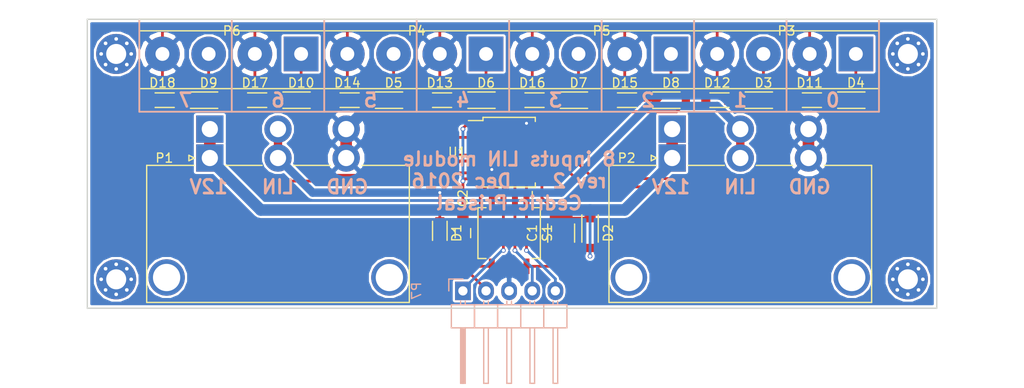
<source format=kicad_pcb>
(kicad_pcb (version 4) (host pcbnew 4.0.4+e1-6308~48~ubuntu16.04.1-stable)

  (general
    (links 75)
    (no_connects 0)
    (area 148.514999 55.804999 242.010001 87.705001)
    (thickness 1.6)
    (drawings 29)
    (tracks 223)
    (zones 0)
    (modules 33)
    (nets 27)
  )

  (page A4)
  (layers
    (0 F.Cu signal)
    (31 B.Cu signal)
    (32 B.Adhes user)
    (33 F.Adhes user)
    (34 B.Paste user)
    (35 F.Paste user)
    (36 B.SilkS user)
    (37 F.SilkS user)
    (38 B.Mask user)
    (39 F.Mask user)
    (40 Dwgs.User user)
    (41 Cmts.User user)
    (42 Eco1.User user)
    (43 Eco2.User user)
    (44 Edge.Cuts user)
    (45 Margin user)
    (46 B.CrtYd user)
    (47 F.CrtYd user)
    (48 B.Fab user)
    (49 F.Fab user)
  )

  (setup
    (last_trace_width 0.3048)
    (trace_clearance 0.1524)
    (zone_clearance 0.254)
    (zone_45_only no)
    (trace_min 0.1524)
    (segment_width 0.2)
    (edge_width 0.15)
    (via_size 0.508)
    (via_drill 0.3302)
    (via_min_size 0.508)
    (via_min_drill 0.3)
    (uvia_size 0.3)
    (uvia_drill 0.1)
    (uvias_allowed no)
    (uvia_min_size 0)
    (uvia_min_drill 0)
    (pcb_text_width 0.3)
    (pcb_text_size 1.5 1.5)
    (mod_edge_width 0.15)
    (mod_text_size 1 1)
    (mod_text_width 0.15)
    (pad_size 2.5 2.5)
    (pad_drill 1.1)
    (pad_to_mask_clearance 0.2)
    (aux_axis_origin 0 0)
    (visible_elements FFFE6F7F)
    (pcbplotparams
      (layerselection 0x00030_80000001)
      (usegerberextensions false)
      (excludeedgelayer true)
      (linewidth 0.100000)
      (plotframeref false)
      (viasonmask false)
      (mode 1)
      (useauxorigin false)
      (hpglpennumber 1)
      (hpglpenspeed 20)
      (hpglpendiameter 15)
      (hpglpenoverlay 2)
      (psnegative false)
      (psa4output false)
      (plotreference true)
      (plotvalue true)
      (plotinvisibletext false)
      (padsonsilk false)
      (subtractmaskfromsilk false)
      (outputformat 1)
      (mirror false)
      (drillshape 0)
      (scaleselection 1)
      (outputdirectory ""))
  )

  (net 0 "")
  (net 1 GND)
  (net 2 "Net-(U1-Pad12)")
  (net 3 "Net-(D10-Pad1)")
  (net 4 "Net-(D11-Pad1)")
  (net 5 /lin_common/12V_UNPROTECTED)
  (net 6 /lin_common/A0)
  (net 7 /lin_common/A1)
  (net 8 /lin_common/A2)
  (net 9 /lin_common/A3)
  (net 10 /Sheet584DA639/+12V)
  (net 11 /Sheet584DA639/+5V)
  (net 12 /Sheet584DA639/LBUS)
  (net 13 /Sheet584D6B96/CHAN_B)
  (net 14 /Sheet584D6B96/CHAN_A)
  (net 15 /Sheet584D7AB5/CHAN_B)
  (net 16 /Sheet584D7AB5/CHAN_A)
  (net 17 /Sheet584D8209/CHAN_B)
  (net 18 /Sheet584D8209/CHAN_A)
  (net 19 /Sheet584D84B8/CHAN_B)
  (net 20 /Sheet584D84B8/CHAN_A)
  (net 21 "Net-(D12-Pad1)")
  (net 22 "Net-(D14-Pad1)")
  (net 23 "Net-(D13-Pad1)")
  (net 24 "Net-(D16-Pad1)")
  (net 25 "Net-(D15-Pad1)")
  (net 26 "Net-(D18-Pad1)")

  (net_class Default "This is the default net class."
    (clearance 0.1524)
    (trace_width 0.3048)
    (via_dia 0.508)
    (via_drill 0.3302)
    (uvia_dia 0.3)
    (uvia_drill 0.1)
    (add_net /Sheet584D6B96/CHAN_A)
    (add_net /Sheet584D6B96/CHAN_B)
    (add_net /Sheet584D7AB5/CHAN_A)
    (add_net /Sheet584D7AB5/CHAN_B)
    (add_net /Sheet584D8209/CHAN_A)
    (add_net /Sheet584D8209/CHAN_B)
    (add_net /Sheet584D84B8/CHAN_A)
    (add_net /Sheet584D84B8/CHAN_B)
    (add_net /Sheet584DA639/+12V)
    (add_net /Sheet584DA639/+5V)
    (add_net /Sheet584DA639/LBUS)
    (add_net /lin_common/12V_UNPROTECTED)
    (add_net /lin_common/A0)
    (add_net /lin_common/A1)
    (add_net /lin_common/A2)
    (add_net /lin_common/A3)
    (add_net GND)
    (add_net "Net-(D10-Pad1)")
    (add_net "Net-(D11-Pad1)")
    (add_net "Net-(D12-Pad1)")
    (add_net "Net-(D13-Pad1)")
    (add_net "Net-(D14-Pad1)")
    (add_net "Net-(D15-Pad1)")
    (add_net "Net-(D16-Pad1)")
    (add_net "Net-(D18-Pad1)")
    (add_net "Net-(U1-Pad12)")
  )

  (module Capacitors_SMD:C_1210_HandSoldering (layer F.Cu) (tedit 541A9C39) (tstamp 57FDBB6D)
    (at 200.66 79.375 270)
    (descr "Capacitor SMD 1210, hand soldering")
    (tags "capacitor 1210")
    (path /584CAB5E/57DF7685)
    (attr smd)
    (fp_text reference C1 (at 0 3.175 270) (layer F.SilkS)
      (effects (font (size 1 1) (thickness 0.15)))
    )
    (fp_text value 10uF (at 0 2.7 270) (layer F.Fab)
      (effects (font (size 1 1) (thickness 0.15)))
    )
    (fp_line (start -1.6 1.25) (end -1.6 -1.25) (layer F.Fab) (width 0.15))
    (fp_line (start 1.6 1.25) (end -1.6 1.25) (layer F.Fab) (width 0.15))
    (fp_line (start 1.6 -1.25) (end 1.6 1.25) (layer F.Fab) (width 0.15))
    (fp_line (start -1.6 -1.25) (end 1.6 -1.25) (layer F.Fab) (width 0.15))
    (fp_line (start -3.3 -1.6) (end 3.3 -1.6) (layer F.CrtYd) (width 0.05))
    (fp_line (start -3.3 1.6) (end 3.3 1.6) (layer F.CrtYd) (width 0.05))
    (fp_line (start -3.3 -1.6) (end -3.3 1.6) (layer F.CrtYd) (width 0.05))
    (fp_line (start 3.3 -1.6) (end 3.3 1.6) (layer F.CrtYd) (width 0.05))
    (fp_line (start 1 -1.475) (end -1 -1.475) (layer F.SilkS) (width 0.15))
    (fp_line (start -1 1.475) (end 1 1.475) (layer F.SilkS) (width 0.15))
    (pad 1 smd rect (at -2 0 270) (size 2 2.5) (layers F.Cu F.Paste F.Mask)
      (net 10 /Sheet584DA639/+12V))
    (pad 2 smd rect (at 2 0 270) (size 2 2.5) (layers F.Cu F.Paste F.Mask)
      (net 1 GND))
    (model Capacitors_SMD.3dshapes/C_1210_HandSoldering.wrl
      (at (xyz 0 0 0))
      (scale (xyz 1 1 1))
      (rotate (xyz 0 0 0))
    )
  )

  (module Capacitors_SMD:C_0805_HandSoldering (layer F.Cu) (tedit 541A9B8D) (tstamp 57FDBB73)
    (at 189.865 79.375 270)
    (descr "Capacitor SMD 0805, hand soldering")
    (tags "capacitor 0805")
    (path /584DA63A/584DAA85)
    (attr smd)
    (fp_text reference C2 (at -3.83 0 270) (layer F.SilkS)
      (effects (font (size 1 1) (thickness 0.15)))
    )
    (fp_text value 1uF (at 0 2.1 270) (layer F.Fab)
      (effects (font (size 1 1) (thickness 0.15)))
    )
    (fp_line (start -1 0.625) (end -1 -0.625) (layer F.Fab) (width 0.15))
    (fp_line (start 1 0.625) (end -1 0.625) (layer F.Fab) (width 0.15))
    (fp_line (start 1 -0.625) (end 1 0.625) (layer F.Fab) (width 0.15))
    (fp_line (start -1 -0.625) (end 1 -0.625) (layer F.Fab) (width 0.15))
    (fp_line (start -2.3 -1) (end 2.3 -1) (layer F.CrtYd) (width 0.05))
    (fp_line (start -2.3 1) (end 2.3 1) (layer F.CrtYd) (width 0.05))
    (fp_line (start -2.3 -1) (end -2.3 1) (layer F.CrtYd) (width 0.05))
    (fp_line (start 2.3 -1) (end 2.3 1) (layer F.CrtYd) (width 0.05))
    (fp_line (start 0.5 -0.85) (end -0.5 -0.85) (layer F.SilkS) (width 0.15))
    (fp_line (start -0.5 0.85) (end 0.5 0.85) (layer F.SilkS) (width 0.15))
    (pad 1 smd rect (at -1.25 0 270) (size 1.5 1.25) (layers F.Cu F.Paste F.Mask)
      (net 11 /Sheet584DA639/+5V))
    (pad 2 smd rect (at 1.25 0 270) (size 1.5 1.25) (layers F.Cu F.Paste F.Mask)
      (net 1 GND))
    (model Capacitors_SMD.3dshapes/C_0805_HandSoldering.wrl
      (at (xyz 0 0 0))
      (scale (xyz 1 1 1))
      (rotate (xyz 0 0 0))
    )
  )

  (module Diodes_SMD:SOD-123 (layer F.Cu) (tedit 5753A53E) (tstamp 57FDBB85)
    (at 222.885 64.77)
    (descr SOD-123)
    (tags SOD-123)
    (path /584D6B97/584D6E0B)
    (attr smd)
    (fp_text reference D3 (at 0 -1.905) (layer F.SilkS)
      (effects (font (size 1 1) (thickness 0.15)))
    )
    (fp_text value 1N4148W-7-F (at 0 2.1) (layer F.Fab)
      (effects (font (size 1 1) (thickness 0.15)))
    )
    (fp_line (start 0.25 0) (end 0.75 0) (layer F.Fab) (width 0.15))
    (fp_line (start 0.25 0.4) (end -0.35 0) (layer F.Fab) (width 0.15))
    (fp_line (start 0.25 -0.4) (end 0.25 0.4) (layer F.Fab) (width 0.15))
    (fp_line (start -0.35 0) (end 0.25 -0.4) (layer F.Fab) (width 0.15))
    (fp_line (start -0.35 0) (end -0.35 0.55) (layer F.Fab) (width 0.15))
    (fp_line (start -0.35 0) (end -0.35 -0.55) (layer F.Fab) (width 0.15))
    (fp_line (start -0.75 0) (end -0.35 0) (layer F.Fab) (width 0.15))
    (fp_line (start -1.35 0.8) (end -1.35 -0.8) (layer F.Fab) (width 0.15))
    (fp_line (start 1.35 0.8) (end -1.35 0.8) (layer F.Fab) (width 0.15))
    (fp_line (start 1.35 -0.8) (end 1.35 0.8) (layer F.Fab) (width 0.15))
    (fp_line (start -1.35 -0.8) (end 1.35 -0.8) (layer F.Fab) (width 0.15))
    (fp_line (start -2.25 -1.05) (end 2.25 -1.05) (layer F.CrtYd) (width 0.05))
    (fp_line (start 2.25 -1.05) (end 2.25 1.05) (layer F.CrtYd) (width 0.05))
    (fp_line (start 2.25 1.05) (end -2.25 1.05) (layer F.CrtYd) (width 0.05))
    (fp_line (start -2.25 -1.05) (end -2.25 1.05) (layer F.CrtYd) (width 0.05))
    (fp_line (start -2 0.9) (end 1 0.9) (layer F.SilkS) (width 0.15))
    (fp_line (start -2 -0.9) (end 1 -0.9) (layer F.SilkS) (width 0.15))
    (pad 1 smd rect (at -1.635 0) (size 0.91 1.22) (layers F.Cu F.Paste F.Mask)
      (net 21 "Net-(D12-Pad1)"))
    (pad 2 smd rect (at 1.635 0) (size 0.91 1.22) (layers F.Cu F.Paste F.Mask)
      (net 13 /Sheet584D6B96/CHAN_B))
    (model ${KISYS3DMOD}/Diodes_SMD.3dshapes/SOD-123.wrl
      (at (xyz 0 0 0))
      (scale (xyz 1 1 1))
      (rotate (xyz 0 0 0))
    )
  )

  (module Diodes_SMD:SOD-123 (layer F.Cu) (tedit 5753A53E) (tstamp 57FDBB8B)
    (at 233.045 64.77)
    (descr SOD-123)
    (tags SOD-123)
    (path /584D6B97/584D6E03)
    (attr smd)
    (fp_text reference D4 (at 0 -1.905) (layer F.SilkS)
      (effects (font (size 1 1) (thickness 0.15)))
    )
    (fp_text value 1N4148W-7-F (at 0 2.1) (layer F.Fab)
      (effects (font (size 1 1) (thickness 0.15)))
    )
    (fp_line (start 0.25 0) (end 0.75 0) (layer F.Fab) (width 0.15))
    (fp_line (start 0.25 0.4) (end -0.35 0) (layer F.Fab) (width 0.15))
    (fp_line (start 0.25 -0.4) (end 0.25 0.4) (layer F.Fab) (width 0.15))
    (fp_line (start -0.35 0) (end 0.25 -0.4) (layer F.Fab) (width 0.15))
    (fp_line (start -0.35 0) (end -0.35 0.55) (layer F.Fab) (width 0.15))
    (fp_line (start -0.35 0) (end -0.35 -0.55) (layer F.Fab) (width 0.15))
    (fp_line (start -0.75 0) (end -0.35 0) (layer F.Fab) (width 0.15))
    (fp_line (start -1.35 0.8) (end -1.35 -0.8) (layer F.Fab) (width 0.15))
    (fp_line (start 1.35 0.8) (end -1.35 0.8) (layer F.Fab) (width 0.15))
    (fp_line (start 1.35 -0.8) (end 1.35 0.8) (layer F.Fab) (width 0.15))
    (fp_line (start -1.35 -0.8) (end 1.35 -0.8) (layer F.Fab) (width 0.15))
    (fp_line (start -2.25 -1.05) (end 2.25 -1.05) (layer F.CrtYd) (width 0.05))
    (fp_line (start 2.25 -1.05) (end 2.25 1.05) (layer F.CrtYd) (width 0.05))
    (fp_line (start 2.25 1.05) (end -2.25 1.05) (layer F.CrtYd) (width 0.05))
    (fp_line (start -2.25 -1.05) (end -2.25 1.05) (layer F.CrtYd) (width 0.05))
    (fp_line (start -2 0.9) (end 1 0.9) (layer F.SilkS) (width 0.15))
    (fp_line (start -2 -0.9) (end 1 -0.9) (layer F.SilkS) (width 0.15))
    (pad 1 smd rect (at -1.635 0) (size 0.91 1.22) (layers F.Cu F.Paste F.Mask)
      (net 4 "Net-(D11-Pad1)"))
    (pad 2 smd rect (at 1.635 0) (size 0.91 1.22) (layers F.Cu F.Paste F.Mask)
      (net 14 /Sheet584D6B96/CHAN_A))
    (model ${KISYS3DMOD}/Diodes_SMD.3dshapes/SOD-123.wrl
      (at (xyz 0 0 0))
      (scale (xyz 1 1 1))
      (rotate (xyz 0 0 0))
    )
  )

  (module Diodes_SMD:SOD-123 (layer F.Cu) (tedit 5753A53E) (tstamp 57FDBB91)
    (at 182.245 64.77)
    (descr SOD-123)
    (tags SOD-123)
    (path /584D7AB6/584D6E0B)
    (attr smd)
    (fp_text reference D5 (at 0 -1.905) (layer F.SilkS)
      (effects (font (size 1 1) (thickness 0.15)))
    )
    (fp_text value 1N4148W-7-F (at 0 2.1) (layer F.Fab)
      (effects (font (size 1 1) (thickness 0.15)))
    )
    (fp_line (start 0.25 0) (end 0.75 0) (layer F.Fab) (width 0.15))
    (fp_line (start 0.25 0.4) (end -0.35 0) (layer F.Fab) (width 0.15))
    (fp_line (start 0.25 -0.4) (end 0.25 0.4) (layer F.Fab) (width 0.15))
    (fp_line (start -0.35 0) (end 0.25 -0.4) (layer F.Fab) (width 0.15))
    (fp_line (start -0.35 0) (end -0.35 0.55) (layer F.Fab) (width 0.15))
    (fp_line (start -0.35 0) (end -0.35 -0.55) (layer F.Fab) (width 0.15))
    (fp_line (start -0.75 0) (end -0.35 0) (layer F.Fab) (width 0.15))
    (fp_line (start -1.35 0.8) (end -1.35 -0.8) (layer F.Fab) (width 0.15))
    (fp_line (start 1.35 0.8) (end -1.35 0.8) (layer F.Fab) (width 0.15))
    (fp_line (start 1.35 -0.8) (end 1.35 0.8) (layer F.Fab) (width 0.15))
    (fp_line (start -1.35 -0.8) (end 1.35 -0.8) (layer F.Fab) (width 0.15))
    (fp_line (start -2.25 -1.05) (end 2.25 -1.05) (layer F.CrtYd) (width 0.05))
    (fp_line (start 2.25 -1.05) (end 2.25 1.05) (layer F.CrtYd) (width 0.05))
    (fp_line (start 2.25 1.05) (end -2.25 1.05) (layer F.CrtYd) (width 0.05))
    (fp_line (start -2.25 -1.05) (end -2.25 1.05) (layer F.CrtYd) (width 0.05))
    (fp_line (start -2 0.9) (end 1 0.9) (layer F.SilkS) (width 0.15))
    (fp_line (start -2 -0.9) (end 1 -0.9) (layer F.SilkS) (width 0.15))
    (pad 1 smd rect (at -1.635 0) (size 0.91 1.22) (layers F.Cu F.Paste F.Mask)
      (net 22 "Net-(D14-Pad1)"))
    (pad 2 smd rect (at 1.635 0) (size 0.91 1.22) (layers F.Cu F.Paste F.Mask)
      (net 15 /Sheet584D7AB5/CHAN_B))
    (model ${KISYS3DMOD}/Diodes_SMD.3dshapes/SOD-123.wrl
      (at (xyz 0 0 0))
      (scale (xyz 1 1 1))
      (rotate (xyz 0 0 0))
    )
  )

  (module Diodes_SMD:SOD-123 (layer F.Cu) (tedit 5753A53E) (tstamp 57FDBB97)
    (at 192.405 64.77)
    (descr SOD-123)
    (tags SOD-123)
    (path /584D7AB6/584D6E03)
    (attr smd)
    (fp_text reference D6 (at 0 -1.905) (layer F.SilkS)
      (effects (font (size 1 1) (thickness 0.15)))
    )
    (fp_text value 1N4148W-7-F (at 0 2.1) (layer F.Fab)
      (effects (font (size 1 1) (thickness 0.15)))
    )
    (fp_line (start 0.25 0) (end 0.75 0) (layer F.Fab) (width 0.15))
    (fp_line (start 0.25 0.4) (end -0.35 0) (layer F.Fab) (width 0.15))
    (fp_line (start 0.25 -0.4) (end 0.25 0.4) (layer F.Fab) (width 0.15))
    (fp_line (start -0.35 0) (end 0.25 -0.4) (layer F.Fab) (width 0.15))
    (fp_line (start -0.35 0) (end -0.35 0.55) (layer F.Fab) (width 0.15))
    (fp_line (start -0.35 0) (end -0.35 -0.55) (layer F.Fab) (width 0.15))
    (fp_line (start -0.75 0) (end -0.35 0) (layer F.Fab) (width 0.15))
    (fp_line (start -1.35 0.8) (end -1.35 -0.8) (layer F.Fab) (width 0.15))
    (fp_line (start 1.35 0.8) (end -1.35 0.8) (layer F.Fab) (width 0.15))
    (fp_line (start 1.35 -0.8) (end 1.35 0.8) (layer F.Fab) (width 0.15))
    (fp_line (start -1.35 -0.8) (end 1.35 -0.8) (layer F.Fab) (width 0.15))
    (fp_line (start -2.25 -1.05) (end 2.25 -1.05) (layer F.CrtYd) (width 0.05))
    (fp_line (start 2.25 -1.05) (end 2.25 1.05) (layer F.CrtYd) (width 0.05))
    (fp_line (start 2.25 1.05) (end -2.25 1.05) (layer F.CrtYd) (width 0.05))
    (fp_line (start -2.25 -1.05) (end -2.25 1.05) (layer F.CrtYd) (width 0.05))
    (fp_line (start -2 0.9) (end 1 0.9) (layer F.SilkS) (width 0.15))
    (fp_line (start -2 -0.9) (end 1 -0.9) (layer F.SilkS) (width 0.15))
    (pad 1 smd rect (at -1.635 0) (size 0.91 1.22) (layers F.Cu F.Paste F.Mask)
      (net 23 "Net-(D13-Pad1)"))
    (pad 2 smd rect (at 1.635 0) (size 0.91 1.22) (layers F.Cu F.Paste F.Mask)
      (net 16 /Sheet584D7AB5/CHAN_A))
    (model ${KISYS3DMOD}/Diodes_SMD.3dshapes/SOD-123.wrl
      (at (xyz 0 0 0))
      (scale (xyz 1 1 1))
      (rotate (xyz 0 0 0))
    )
  )

  (module Diodes_SMD:SOD-123 (layer F.Cu) (tedit 5753A53E) (tstamp 57FDBB9D)
    (at 202.565 64.77)
    (descr SOD-123)
    (tags SOD-123)
    (path /584D820A/584D6E0B)
    (attr smd)
    (fp_text reference D7 (at 0 -1.905) (layer F.SilkS)
      (effects (font (size 1 1) (thickness 0.15)))
    )
    (fp_text value 1N4148W-7-F (at 0 2.1) (layer F.Fab)
      (effects (font (size 1 1) (thickness 0.15)))
    )
    (fp_line (start 0.25 0) (end 0.75 0) (layer F.Fab) (width 0.15))
    (fp_line (start 0.25 0.4) (end -0.35 0) (layer F.Fab) (width 0.15))
    (fp_line (start 0.25 -0.4) (end 0.25 0.4) (layer F.Fab) (width 0.15))
    (fp_line (start -0.35 0) (end 0.25 -0.4) (layer F.Fab) (width 0.15))
    (fp_line (start -0.35 0) (end -0.35 0.55) (layer F.Fab) (width 0.15))
    (fp_line (start -0.35 0) (end -0.35 -0.55) (layer F.Fab) (width 0.15))
    (fp_line (start -0.75 0) (end -0.35 0) (layer F.Fab) (width 0.15))
    (fp_line (start -1.35 0.8) (end -1.35 -0.8) (layer F.Fab) (width 0.15))
    (fp_line (start 1.35 0.8) (end -1.35 0.8) (layer F.Fab) (width 0.15))
    (fp_line (start 1.35 -0.8) (end 1.35 0.8) (layer F.Fab) (width 0.15))
    (fp_line (start -1.35 -0.8) (end 1.35 -0.8) (layer F.Fab) (width 0.15))
    (fp_line (start -2.25 -1.05) (end 2.25 -1.05) (layer F.CrtYd) (width 0.05))
    (fp_line (start 2.25 -1.05) (end 2.25 1.05) (layer F.CrtYd) (width 0.05))
    (fp_line (start 2.25 1.05) (end -2.25 1.05) (layer F.CrtYd) (width 0.05))
    (fp_line (start -2.25 -1.05) (end -2.25 1.05) (layer F.CrtYd) (width 0.05))
    (fp_line (start -2 0.9) (end 1 0.9) (layer F.SilkS) (width 0.15))
    (fp_line (start -2 -0.9) (end 1 -0.9) (layer F.SilkS) (width 0.15))
    (pad 1 smd rect (at -1.635 0) (size 0.91 1.22) (layers F.Cu F.Paste F.Mask)
      (net 24 "Net-(D16-Pad1)"))
    (pad 2 smd rect (at 1.635 0) (size 0.91 1.22) (layers F.Cu F.Paste F.Mask)
      (net 17 /Sheet584D8209/CHAN_B))
    (model ${KISYS3DMOD}/Diodes_SMD.3dshapes/SOD-123.wrl
      (at (xyz 0 0 0))
      (scale (xyz 1 1 1))
      (rotate (xyz 0 0 0))
    )
  )

  (module Diodes_SMD:SOD-123 (layer F.Cu) (tedit 5753A53E) (tstamp 57FDBBA3)
    (at 212.725 64.77)
    (descr SOD-123)
    (tags SOD-123)
    (path /584D820A/584D6E03)
    (attr smd)
    (fp_text reference D8 (at 0 -1.905) (layer F.SilkS)
      (effects (font (size 1 1) (thickness 0.15)))
    )
    (fp_text value 1N4148W-7-F (at 0 2.1) (layer F.Fab)
      (effects (font (size 1 1) (thickness 0.15)))
    )
    (fp_line (start 0.25 0) (end 0.75 0) (layer F.Fab) (width 0.15))
    (fp_line (start 0.25 0.4) (end -0.35 0) (layer F.Fab) (width 0.15))
    (fp_line (start 0.25 -0.4) (end 0.25 0.4) (layer F.Fab) (width 0.15))
    (fp_line (start -0.35 0) (end 0.25 -0.4) (layer F.Fab) (width 0.15))
    (fp_line (start -0.35 0) (end -0.35 0.55) (layer F.Fab) (width 0.15))
    (fp_line (start -0.35 0) (end -0.35 -0.55) (layer F.Fab) (width 0.15))
    (fp_line (start -0.75 0) (end -0.35 0) (layer F.Fab) (width 0.15))
    (fp_line (start -1.35 0.8) (end -1.35 -0.8) (layer F.Fab) (width 0.15))
    (fp_line (start 1.35 0.8) (end -1.35 0.8) (layer F.Fab) (width 0.15))
    (fp_line (start 1.35 -0.8) (end 1.35 0.8) (layer F.Fab) (width 0.15))
    (fp_line (start -1.35 -0.8) (end 1.35 -0.8) (layer F.Fab) (width 0.15))
    (fp_line (start -2.25 -1.05) (end 2.25 -1.05) (layer F.CrtYd) (width 0.05))
    (fp_line (start 2.25 -1.05) (end 2.25 1.05) (layer F.CrtYd) (width 0.05))
    (fp_line (start 2.25 1.05) (end -2.25 1.05) (layer F.CrtYd) (width 0.05))
    (fp_line (start -2.25 -1.05) (end -2.25 1.05) (layer F.CrtYd) (width 0.05))
    (fp_line (start -2 0.9) (end 1 0.9) (layer F.SilkS) (width 0.15))
    (fp_line (start -2 -0.9) (end 1 -0.9) (layer F.SilkS) (width 0.15))
    (pad 1 smd rect (at -1.635 0) (size 0.91 1.22) (layers F.Cu F.Paste F.Mask)
      (net 25 "Net-(D15-Pad1)"))
    (pad 2 smd rect (at 1.635 0) (size 0.91 1.22) (layers F.Cu F.Paste F.Mask)
      (net 18 /Sheet584D8209/CHAN_A))
    (model ${KISYS3DMOD}/Diodes_SMD.3dshapes/SOD-123.wrl
      (at (xyz 0 0 0))
      (scale (xyz 1 1 1))
      (rotate (xyz 0 0 0))
    )
  )

  (module Diodes_SMD:SOD-123 (layer F.Cu) (tedit 5753A53E) (tstamp 57FDBBA9)
    (at 161.925 64.77)
    (descr SOD-123)
    (tags SOD-123)
    (path /584D84B9/584D6E0B)
    (attr smd)
    (fp_text reference D9 (at 0 -1.905) (layer F.SilkS)
      (effects (font (size 1 1) (thickness 0.15)))
    )
    (fp_text value 1N4148W-7-F (at 0 2.1) (layer F.Fab)
      (effects (font (size 1 1) (thickness 0.15)))
    )
    (fp_line (start 0.25 0) (end 0.75 0) (layer F.Fab) (width 0.15))
    (fp_line (start 0.25 0.4) (end -0.35 0) (layer F.Fab) (width 0.15))
    (fp_line (start 0.25 -0.4) (end 0.25 0.4) (layer F.Fab) (width 0.15))
    (fp_line (start -0.35 0) (end 0.25 -0.4) (layer F.Fab) (width 0.15))
    (fp_line (start -0.35 0) (end -0.35 0.55) (layer F.Fab) (width 0.15))
    (fp_line (start -0.35 0) (end -0.35 -0.55) (layer F.Fab) (width 0.15))
    (fp_line (start -0.75 0) (end -0.35 0) (layer F.Fab) (width 0.15))
    (fp_line (start -1.35 0.8) (end -1.35 -0.8) (layer F.Fab) (width 0.15))
    (fp_line (start 1.35 0.8) (end -1.35 0.8) (layer F.Fab) (width 0.15))
    (fp_line (start 1.35 -0.8) (end 1.35 0.8) (layer F.Fab) (width 0.15))
    (fp_line (start -1.35 -0.8) (end 1.35 -0.8) (layer F.Fab) (width 0.15))
    (fp_line (start -2.25 -1.05) (end 2.25 -1.05) (layer F.CrtYd) (width 0.05))
    (fp_line (start 2.25 -1.05) (end 2.25 1.05) (layer F.CrtYd) (width 0.05))
    (fp_line (start 2.25 1.05) (end -2.25 1.05) (layer F.CrtYd) (width 0.05))
    (fp_line (start -2.25 -1.05) (end -2.25 1.05) (layer F.CrtYd) (width 0.05))
    (fp_line (start -2 0.9) (end 1 0.9) (layer F.SilkS) (width 0.15))
    (fp_line (start -2 -0.9) (end 1 -0.9) (layer F.SilkS) (width 0.15))
    (pad 1 smd rect (at -1.635 0) (size 0.91 1.22) (layers F.Cu F.Paste F.Mask)
      (net 26 "Net-(D18-Pad1)"))
    (pad 2 smd rect (at 1.635 0) (size 0.91 1.22) (layers F.Cu F.Paste F.Mask)
      (net 19 /Sheet584D84B8/CHAN_B))
    (model ${KISYS3DMOD}/Diodes_SMD.3dshapes/SOD-123.wrl
      (at (xyz 0 0 0))
      (scale (xyz 1 1 1))
      (rotate (xyz 0 0 0))
    )
  )

  (module Diodes_SMD:SOD-123 (layer F.Cu) (tedit 5753A53E) (tstamp 57FDBBAF)
    (at 172.085 64.77)
    (descr SOD-123)
    (tags SOD-123)
    (path /584D84B9/584D6E03)
    (attr smd)
    (fp_text reference D10 (at 0 -1.905) (layer F.SilkS)
      (effects (font (size 1 1) (thickness 0.15)))
    )
    (fp_text value 1N4148W-7-F (at 0 2.1) (layer F.Fab)
      (effects (font (size 1 1) (thickness 0.15)))
    )
    (fp_line (start 0.25 0) (end 0.75 0) (layer F.Fab) (width 0.15))
    (fp_line (start 0.25 0.4) (end -0.35 0) (layer F.Fab) (width 0.15))
    (fp_line (start 0.25 -0.4) (end 0.25 0.4) (layer F.Fab) (width 0.15))
    (fp_line (start -0.35 0) (end 0.25 -0.4) (layer F.Fab) (width 0.15))
    (fp_line (start -0.35 0) (end -0.35 0.55) (layer F.Fab) (width 0.15))
    (fp_line (start -0.35 0) (end -0.35 -0.55) (layer F.Fab) (width 0.15))
    (fp_line (start -0.75 0) (end -0.35 0) (layer F.Fab) (width 0.15))
    (fp_line (start -1.35 0.8) (end -1.35 -0.8) (layer F.Fab) (width 0.15))
    (fp_line (start 1.35 0.8) (end -1.35 0.8) (layer F.Fab) (width 0.15))
    (fp_line (start 1.35 -0.8) (end 1.35 0.8) (layer F.Fab) (width 0.15))
    (fp_line (start -1.35 -0.8) (end 1.35 -0.8) (layer F.Fab) (width 0.15))
    (fp_line (start -2.25 -1.05) (end 2.25 -1.05) (layer F.CrtYd) (width 0.05))
    (fp_line (start 2.25 -1.05) (end 2.25 1.05) (layer F.CrtYd) (width 0.05))
    (fp_line (start 2.25 1.05) (end -2.25 1.05) (layer F.CrtYd) (width 0.05))
    (fp_line (start -2.25 -1.05) (end -2.25 1.05) (layer F.CrtYd) (width 0.05))
    (fp_line (start -2 0.9) (end 1 0.9) (layer F.SilkS) (width 0.15))
    (fp_line (start -2 -0.9) (end 1 -0.9) (layer F.SilkS) (width 0.15))
    (pad 1 smd rect (at -1.635 0) (size 0.91 1.22) (layers F.Cu F.Paste F.Mask)
      (net 3 "Net-(D10-Pad1)"))
    (pad 2 smd rect (at 1.635 0) (size 0.91 1.22) (layers F.Cu F.Paste F.Mask)
      (net 20 /Sheet584D84B8/CHAN_A))
    (model ${KISYS3DMOD}/Diodes_SMD.3dshapes/SOD-123.wrl
      (at (xyz 0 0 0))
      (scale (xyz 1 1 1))
      (rotate (xyz 0 0 0))
    )
  )

  (module Housings_SSOP:SSOP-20_5.3x7.2mm_Pitch0.65mm (layer F.Cu) (tedit 54130A77) (tstamp 57FDBC12)
    (at 194.945 70.485)
    (descr "20-Lead Plastic Shrink Small Outline (SS)-5.30 mm Body [SSOP] (see Microchip Packaging Specification 00000049BS.pdf)")
    (tags "SSOP 0.65")
    (path /584DA63A/584DAA7D)
    (attr smd)
    (fp_text reference U1 (at -5.715 0) (layer F.SilkS)
      (effects (font (size 1 1) (thickness 0.15)))
    )
    (fp_text value PIC16F1829LIN (at 0 4.75) (layer F.Fab)
      (effects (font (size 1 1) (thickness 0.15)))
    )
    (fp_line (start -1.65 -3.6) (end 2.65 -3.6) (layer F.Fab) (width 0.15))
    (fp_line (start 2.65 -3.6) (end 2.65 3.6) (layer F.Fab) (width 0.15))
    (fp_line (start 2.65 3.6) (end -2.65 3.6) (layer F.Fab) (width 0.15))
    (fp_line (start -2.65 3.6) (end -2.65 -2.6) (layer F.Fab) (width 0.15))
    (fp_line (start -2.65 -2.6) (end -1.65 -3.6) (layer F.Fab) (width 0.15))
    (fp_line (start -4.75 -4) (end -4.75 4) (layer F.CrtYd) (width 0.05))
    (fp_line (start 4.75 -4) (end 4.75 4) (layer F.CrtYd) (width 0.05))
    (fp_line (start -4.75 -4) (end 4.75 -4) (layer F.CrtYd) (width 0.05))
    (fp_line (start -4.75 4) (end 4.75 4) (layer F.CrtYd) (width 0.05))
    (fp_line (start -2.875 -3.825) (end -2.875 -3.475) (layer F.SilkS) (width 0.15))
    (fp_line (start 2.875 -3.825) (end 2.875 -3.375) (layer F.SilkS) (width 0.15))
    (fp_line (start 2.875 3.825) (end 2.875 3.375) (layer F.SilkS) (width 0.15))
    (fp_line (start -2.875 3.825) (end -2.875 3.375) (layer F.SilkS) (width 0.15))
    (fp_line (start -2.875 -3.825) (end 2.875 -3.825) (layer F.SilkS) (width 0.15))
    (fp_line (start -2.875 3.825) (end 2.875 3.825) (layer F.SilkS) (width 0.15))
    (fp_line (start -2.875 -3.475) (end -4.475 -3.475) (layer F.SilkS) (width 0.15))
    (pad 1 smd rect (at -3.6 -2.925) (size 1.75 0.45) (layers F.Cu F.Paste F.Mask)
      (net 11 /Sheet584DA639/+5V))
    (pad 2 smd rect (at -3.6 -2.275) (size 1.75 0.45) (layers F.Cu F.Paste F.Mask)
      (net 16 /Sheet584D7AB5/CHAN_A))
    (pad 3 smd rect (at -3.6 -1.625) (size 1.75 0.45) (layers F.Cu F.Paste F.Mask)
      (net 15 /Sheet584D7AB5/CHAN_B))
    (pad 4 smd rect (at -3.6 -0.975) (size 1.75 0.45) (layers F.Cu F.Paste F.Mask)
      (net 8 /lin_common/A2))
    (pad 5 smd rect (at -3.6 -0.325) (size 1.75 0.45) (layers F.Cu F.Paste F.Mask)
      (net 9 /lin_common/A3))
    (pad 6 smd rect (at -3.6 0.325) (size 1.75 0.45) (layers F.Cu F.Paste F.Mask)
      (net 20 /Sheet584D84B8/CHAN_A))
    (pad 7 smd rect (at -3.6 0.975) (size 1.75 0.45) (layers F.Cu F.Paste F.Mask)
      (net 19 /Sheet584D84B8/CHAN_B))
    (pad 8 smd rect (at -3.6 1.625) (size 1.75 0.45) (layers F.Cu F.Paste F.Mask)
      (net 1 GND))
    (pad 9 smd rect (at -3.6 2.275) (size 1.75 0.45) (layers F.Cu F.Paste F.Mask)
      (net 12 /Sheet584DA639/LBUS))
    (pad 10 smd rect (at -3.6 2.925) (size 1.75 0.45) (layers F.Cu F.Paste F.Mask)
      (net 11 /Sheet584DA639/+5V))
    (pad 11 smd rect (at 3.6 2.925) (size 1.75 0.45) (layers F.Cu F.Paste F.Mask)
      (net 10 /Sheet584DA639/+12V))
    (pad 12 smd rect (at 3.6 2.275) (size 1.75 0.45) (layers F.Cu F.Paste F.Mask)
      (net 2 "Net-(U1-Pad12)"))
    (pad 13 smd rect (at 3.6 1.625) (size 1.75 0.45) (layers F.Cu F.Paste F.Mask)
      (net 2 "Net-(U1-Pad12)"))
    (pad 14 smd rect (at 3.6 0.975) (size 1.75 0.45) (layers F.Cu F.Paste F.Mask)
      (net 14 /Sheet584D6B96/CHAN_A))
    (pad 15 smd rect (at 3.6 0.325) (size 1.75 0.45) (layers F.Cu F.Paste F.Mask)
      (net 13 /Sheet584D6B96/CHAN_B))
    (pad 16 smd rect (at 3.6 -0.325) (size 1.75 0.45) (layers F.Cu F.Paste F.Mask)
      (net 18 /Sheet584D8209/CHAN_A))
    (pad 17 smd rect (at 3.6 -0.975) (size 1.75 0.45) (layers F.Cu F.Paste F.Mask)
      (net 17 /Sheet584D8209/CHAN_B))
    (pad 18 smd rect (at 3.6 -1.625) (size 1.75 0.45) (layers F.Cu F.Paste F.Mask)
      (net 6 /lin_common/A0))
    (pad 19 smd rect (at 3.6 -2.275) (size 1.75 0.45) (layers F.Cu F.Paste F.Mask)
      (net 7 /lin_common/A1))
    (pad 20 smd rect (at 3.6 -2.925) (size 1.75 0.45) (layers F.Cu F.Paste F.Mask)
      (net 1 GND))
    (model Housings_SSOP.3dshapes/SSOP-20_5.3x7.2mm_Pitch0.65mm.wrl
      (at (xyz 0 0 0))
      (scale (xyz 1 1 1))
      (rotate (xyz 0 0 0))
    )
  )

  (module Diodes_SMD:SOD-323_HandSoldering (layer F.Cu) (tedit 57A875DC) (tstamp 584CA951)
    (at 187.325 79.375 270)
    (descr SOD-323)
    (tags SOD-323)
    (path /584CAB5E/57DF7687)
    (attr smd)
    (fp_text reference D1 (at 0 -1.85 270) (layer F.SilkS)
      (effects (font (size 1 1) (thickness 0.15)))
    )
    (fp_text value RSB36V (at 0.1 1.9 270) (layer F.Fab)
      (effects (font (size 1 1) (thickness 0.15)))
    )
    (fp_line (start 0.2 0) (end 0.45 0) (layer F.Fab) (width 0.15))
    (fp_line (start 0.2 0.35) (end -0.3 0) (layer F.Fab) (width 0.15))
    (fp_line (start 0.2 -0.35) (end 0.2 0.35) (layer F.Fab) (width 0.15))
    (fp_line (start -0.3 0) (end 0.2 -0.35) (layer F.Fab) (width 0.15))
    (fp_line (start -0.3 0) (end -0.5 0) (layer F.Fab) (width 0.15))
    (fp_line (start -0.3 -0.35) (end -0.3 0.35) (layer F.Fab) (width 0.15))
    (fp_line (start -0.85 0.65) (end -0.85 -0.65) (layer F.Fab) (width 0.15))
    (fp_line (start 0.85 0.65) (end -0.85 0.65) (layer F.Fab) (width 0.15))
    (fp_line (start 0.85 -0.65) (end 0.85 0.65) (layer F.Fab) (width 0.15))
    (fp_line (start -0.85 -0.65) (end 0.85 -0.65) (layer F.Fab) (width 0.15))
    (fp_line (start -1.9 -0.95) (end 1.9 -0.95) (layer F.CrtYd) (width 0.05))
    (fp_line (start 1.9 -0.95) (end 1.9 0.95) (layer F.CrtYd) (width 0.05))
    (fp_line (start -1.9 0.95) (end 1.9 0.95) (layer F.CrtYd) (width 0.05))
    (fp_line (start -1.9 -0.95) (end -1.9 0.95) (layer F.CrtYd) (width 0.05))
    (fp_line (start -1.3 0.8) (end 0.8 0.8) (layer F.SilkS) (width 0.15))
    (fp_line (start -1.3 -0.8) (end 0.8 -0.8) (layer F.SilkS) (width 0.15))
    (pad 1 smd rect (at -1.25 0 270) (size 1 1) (layers F.Cu F.Paste F.Mask)
      (net 12 /Sheet584DA639/LBUS))
    (pad 2 smd rect (at 1.25 0 270) (size 1 1) (layers F.Cu F.Paste F.Mask)
      (net 1 GND))
    (model Diodes_SMD.3dshapes/SOD-323.wrl
      (at (xyz 0 0 0))
      (scale (xyz 1 1 1))
      (rotate (xyz 0 0 180))
    )
  )

  (module Diodes_SMD:SOD-123 (layer F.Cu) (tedit 5753A53E) (tstamp 584CA956)
    (at 203.835 79.375 270)
    (descr SOD-123)
    (tags SOD-123)
    (path /584CAB5E/57DF7688)
    (attr smd)
    (fp_text reference D2 (at 0 -2 270) (layer F.SilkS)
      (effects (font (size 1 1) (thickness 0.15)))
    )
    (fp_text value 1N4148W-7-F (at 0 2.1 270) (layer F.Fab)
      (effects (font (size 1 1) (thickness 0.15)))
    )
    (fp_line (start 0.25 0) (end 0.75 0) (layer F.Fab) (width 0.15))
    (fp_line (start 0.25 0.4) (end -0.35 0) (layer F.Fab) (width 0.15))
    (fp_line (start 0.25 -0.4) (end 0.25 0.4) (layer F.Fab) (width 0.15))
    (fp_line (start -0.35 0) (end 0.25 -0.4) (layer F.Fab) (width 0.15))
    (fp_line (start -0.35 0) (end -0.35 0.55) (layer F.Fab) (width 0.15))
    (fp_line (start -0.35 0) (end -0.35 -0.55) (layer F.Fab) (width 0.15))
    (fp_line (start -0.75 0) (end -0.35 0) (layer F.Fab) (width 0.15))
    (fp_line (start -1.35 0.8) (end -1.35 -0.8) (layer F.Fab) (width 0.15))
    (fp_line (start 1.35 0.8) (end -1.35 0.8) (layer F.Fab) (width 0.15))
    (fp_line (start 1.35 -0.8) (end 1.35 0.8) (layer F.Fab) (width 0.15))
    (fp_line (start -1.35 -0.8) (end 1.35 -0.8) (layer F.Fab) (width 0.15))
    (fp_line (start -2.25 -1.05) (end 2.25 -1.05) (layer F.CrtYd) (width 0.05))
    (fp_line (start 2.25 -1.05) (end 2.25 1.05) (layer F.CrtYd) (width 0.05))
    (fp_line (start 2.25 1.05) (end -2.25 1.05) (layer F.CrtYd) (width 0.05))
    (fp_line (start -2.25 -1.05) (end -2.25 1.05) (layer F.CrtYd) (width 0.05))
    (fp_line (start -2 0.9) (end 1 0.9) (layer F.SilkS) (width 0.15))
    (fp_line (start -2 -0.9) (end 1 -0.9) (layer F.SilkS) (width 0.15))
    (pad 1 smd rect (at -1.635 0 270) (size 0.91 1.22) (layers F.Cu F.Paste F.Mask)
      (net 10 /Sheet584DA639/+12V))
    (pad 2 smd rect (at 1.635 0 270) (size 0.91 1.22) (layers F.Cu F.Paste F.Mask)
      (net 5 /lin_common/12V_UNPROTECTED))
    (model ${KISYS3DMOD}/Diodes_SMD.3dshapes/SOD-123.wrl
      (at (xyz 0 0 0))
      (scale (xyz 1 1 1))
      (rotate (xyz 0 0 0))
    )
  )

  (module Connectors_Molex:Molex_Sabre_43160-XX03_03x7.49mm_Angled_BoardLock (layer F.Cu) (tedit 5794C14F) (tstamp 584CA95B)
    (at 162.055 71.125)
    (descr "Sabre™ Right Angle Header, 43160-XX03, http://www.molex.com/pdm_docs/sd/431601102_sd.pdf")
    (tags "connector molex sabre 43160")
    (path /584CAB5E/584117F6)
    (fp_text reference P1 (at -5 0) (layer F.SilkS)
      (effects (font (size 1 1) (thickness 0.15)))
    )
    (fp_text value MOLEX-0431603103 (at 7.49 17.5) (layer F.Fab)
      (effects (font (size 1 1) (thickness 0.15)))
    )
    (fp_line (start -1.7 0) (end -2.3 0.3) (layer F.SilkS) (width 0.15))
    (fp_line (start -2.3 0.3) (end -2.3 -0.3) (layer F.SilkS) (width 0.15))
    (fp_line (start -2.3 -0.3) (end -1.7 0) (layer F.SilkS) (width 0.15))
    (fp_line (start -6.94 0.81) (end -6.94 15.87) (layer F.SilkS) (width 0.15))
    (fp_line (start -6.94 15.87) (end 21.92 15.87) (layer F.SilkS) (width 0.15))
    (fp_line (start 21.92 15.87) (end 21.92 0.81) (layer F.SilkS) (width 0.15))
    (fp_line (start -6.94 0.81) (end -1.75 0.81) (layer F.SilkS) (width 0.15))
    (fp_line (start 1.75 0.81) (end 5.74 0.81) (layer F.SilkS) (width 0.15))
    (fp_line (start 9.24 0.81) (end 13.23 0.81) (layer F.SilkS) (width 0.15))
    (fp_line (start 16.73 0.81) (end 21.92 0.81) (layer F.SilkS) (width 0.15))
    (fp_line (start -7.55 -5.2) (end -7.55 16.45) (layer F.CrtYd) (width 0.05))
    (fp_line (start -7.55 16.45) (end 22.5 16.45) (layer F.CrtYd) (width 0.05))
    (fp_line (start 22.5 16.45) (end 22.5 -5.2) (layer F.CrtYd) (width 0.05))
    (fp_line (start 22.5 -5.2) (end -7.55 -5.2) (layer F.CrtYd) (width 0.05))
    (pad 1 thru_hole rect (at 0 0) (size 3 3) (drill 1.78) (layers *.Cu *.Mask)
      (net 5 /lin_common/12V_UNPROTECTED))
    (pad 1 thru_hole rect (at 0 -3.18) (size 3 3) (drill 1.78) (layers *.Cu *.Mask)
      (net 5 /lin_common/12V_UNPROTECTED))
    (pad 2 thru_hole circle (at 7.49 0) (size 3 3) (drill 1.78) (layers *.Cu *.Mask)
      (net 12 /Sheet584DA639/LBUS))
    (pad 2 thru_hole circle (at 7.49 -3.18) (size 3 3) (drill 1.78) (layers *.Cu *.Mask)
      (net 12 /Sheet584DA639/LBUS))
    (pad 3 thru_hole circle (at 14.98 0) (size 3 3) (drill 1.78) (layers *.Cu *.Mask)
      (net 1 GND))
    (pad 3 thru_hole circle (at 14.98 -3.18) (size 3 3) (drill 1.78) (layers *.Cu *.Mask)
      (net 1 GND))
    (pad "" thru_hole circle (at -4.75 13.13) (size 4 4) (drill 3) (layers *.Cu *.Mask))
    (pad "" thru_hole circle (at 19.73 13.13) (size 4 4) (drill 3) (layers *.Cu *.Mask))
    (model /home/cpriscal/Projets/lin_modules/common/3d/Molex_Sabre_43160-XX03_03x7.49mm_Angled_BoardLock.wrl
      (at (xyz 0 0 0))
      (scale (xyz 1 1 1))
      (rotate (xyz 0 0 0))
    )
  )

  (module Connectors_Molex:Molex_Sabre_43160-XX03_03x7.49mm_Angled_BoardLock (layer F.Cu) (tedit 5794C14F) (tstamp 584CA966)
    (at 212.855 71.125)
    (descr "Sabre™ Right Angle Header, 43160-XX03, http://www.molex.com/pdm_docs/sd/431601102_sd.pdf")
    (tags "connector molex sabre 43160")
    (path /584CAB5E/584119F8)
    (fp_text reference P2 (at -5 0) (layer F.SilkS)
      (effects (font (size 1 1) (thickness 0.15)))
    )
    (fp_text value MOLEX-0431603103 (at 7.49 17.5) (layer F.Fab)
      (effects (font (size 1 1) (thickness 0.15)))
    )
    (fp_line (start -1.7 0) (end -2.3 0.3) (layer F.SilkS) (width 0.15))
    (fp_line (start -2.3 0.3) (end -2.3 -0.3) (layer F.SilkS) (width 0.15))
    (fp_line (start -2.3 -0.3) (end -1.7 0) (layer F.SilkS) (width 0.15))
    (fp_line (start -6.94 0.81) (end -6.94 15.87) (layer F.SilkS) (width 0.15))
    (fp_line (start -6.94 15.87) (end 21.92 15.87) (layer F.SilkS) (width 0.15))
    (fp_line (start 21.92 15.87) (end 21.92 0.81) (layer F.SilkS) (width 0.15))
    (fp_line (start -6.94 0.81) (end -1.75 0.81) (layer F.SilkS) (width 0.15))
    (fp_line (start 1.75 0.81) (end 5.74 0.81) (layer F.SilkS) (width 0.15))
    (fp_line (start 9.24 0.81) (end 13.23 0.81) (layer F.SilkS) (width 0.15))
    (fp_line (start 16.73 0.81) (end 21.92 0.81) (layer F.SilkS) (width 0.15))
    (fp_line (start -7.55 -5.2) (end -7.55 16.45) (layer F.CrtYd) (width 0.05))
    (fp_line (start -7.55 16.45) (end 22.5 16.45) (layer F.CrtYd) (width 0.05))
    (fp_line (start 22.5 16.45) (end 22.5 -5.2) (layer F.CrtYd) (width 0.05))
    (fp_line (start 22.5 -5.2) (end -7.55 -5.2) (layer F.CrtYd) (width 0.05))
    (pad 1 thru_hole rect (at 0 0) (size 3 3) (drill 1.78) (layers *.Cu *.Mask)
      (net 5 /lin_common/12V_UNPROTECTED))
    (pad 1 thru_hole rect (at 0 -3.18) (size 3 3) (drill 1.78) (layers *.Cu *.Mask)
      (net 5 /lin_common/12V_UNPROTECTED))
    (pad 2 thru_hole circle (at 7.49 0) (size 3 3) (drill 1.78) (layers *.Cu *.Mask)
      (net 12 /Sheet584DA639/LBUS))
    (pad 2 thru_hole circle (at 7.49 -3.18) (size 3 3) (drill 1.78) (layers *.Cu *.Mask)
      (net 12 /Sheet584DA639/LBUS))
    (pad 3 thru_hole circle (at 14.98 0) (size 3 3) (drill 1.78) (layers *.Cu *.Mask)
      (net 1 GND))
    (pad 3 thru_hole circle (at 14.98 -3.18) (size 3 3) (drill 1.78) (layers *.Cu *.Mask)
      (net 1 GND))
    (pad "" thru_hole circle (at -4.75 13.13) (size 4 4) (drill 3) (layers *.Cu *.Mask))
    (pad "" thru_hole circle (at 19.73 13.13) (size 4 4) (drill 3) (layers *.Cu *.Mask))
    (model /home/cpriscal/Projets/lin_modules/common/3d/Molex_Sabre_43160-XX03_03x7.49mm_Angled_BoardLock.wrl
      (at (xyz 0 0 0))
      (scale (xyz 1 1 1))
      (rotate (xyz 0 0 0))
    )
  )

  (module Connect:bornier4 (layer F.Cu) (tedit 0) (tstamp 584CA971)
    (at 225.425 59.69 180)
    (descr "Bornier d'alimentation 4 pins")
    (tags DEV)
    (path /584D6B97/584D6E13)
    (fp_text reference P3 (at 0 2.54 180) (layer F.SilkS)
      (effects (font (size 1 1) (thickness 0.15)))
    )
    (fp_text value TE-282836-4 (at 0 5.08 180) (layer F.Fab)
      (effects (font (size 1 1) (thickness 0.15)))
    )
    (fp_line (start -10.16 -3.81) (end -10.16 3.81) (layer F.SilkS) (width 0.15))
    (fp_line (start 10.16 3.81) (end 10.16 -3.81) (layer F.SilkS) (width 0.15))
    (fp_line (start 10.16 2.54) (end -10.16 2.54) (layer F.SilkS) (width 0.15))
    (fp_line (start -10.16 -3.81) (end 10.16 -3.81) (layer F.SilkS) (width 0.15))
    (fp_line (start -10.16 3.81) (end 10.16 3.81) (layer F.SilkS) (width 0.15))
    (pad 2 thru_hole circle (at -2.54 0 180) (size 3.81 3.81) (drill 1.524) (layers *.Cu *.Mask)
      (net 1 GND))
    (pad 3 thru_hole circle (at 2.54 0 180) (size 3.81 3.81) (drill 1.524) (layers *.Cu *.Mask)
      (net 21 "Net-(D12-Pad1)"))
    (pad 1 thru_hole rect (at -7.62 0 180) (size 3.81 3.81) (drill 1.524) (layers *.Cu *.Mask)
      (net 4 "Net-(D11-Pad1)"))
    (pad 4 thru_hole circle (at 7.62 0 180) (size 3.81 3.81) (drill 1.524) (layers *.Cu *.Mask)
      (net 1 GND))
    (model /home/cpriscal/Projets/lin_modules/common/3d/te-282836-4.wrl
      (at (xyz 0 0 0))
      (scale (xyz 1 1 1))
      (rotate (xyz 0 0 0))
    )
  )

  (module Connect:bornier4 (layer F.Cu) (tedit 0) (tstamp 584CA978)
    (at 205.105 59.69 180)
    (descr "Bornier d'alimentation 4 pins")
    (tags DEV)
    (path /584D820A/584D6E13)
    (fp_text reference P5 (at 0 2.54 180) (layer F.SilkS)
      (effects (font (size 1 1) (thickness 0.15)))
    )
    (fp_text value TE-282836-4 (at 0 5.08 180) (layer F.Fab)
      (effects (font (size 1 1) (thickness 0.15)))
    )
    (fp_line (start -10.16 -3.81) (end -10.16 3.81) (layer F.SilkS) (width 0.15))
    (fp_line (start 10.16 3.81) (end 10.16 -3.81) (layer F.SilkS) (width 0.15))
    (fp_line (start 10.16 2.54) (end -10.16 2.54) (layer F.SilkS) (width 0.15))
    (fp_line (start -10.16 -3.81) (end 10.16 -3.81) (layer F.SilkS) (width 0.15))
    (fp_line (start -10.16 3.81) (end 10.16 3.81) (layer F.SilkS) (width 0.15))
    (pad 2 thru_hole circle (at -2.54 0 180) (size 3.81 3.81) (drill 1.524) (layers *.Cu *.Mask)
      (net 1 GND))
    (pad 3 thru_hole circle (at 2.54 0 180) (size 3.81 3.81) (drill 1.524) (layers *.Cu *.Mask)
      (net 24 "Net-(D16-Pad1)"))
    (pad 1 thru_hole rect (at -7.62 0 180) (size 3.81 3.81) (drill 1.524) (layers *.Cu *.Mask)
      (net 25 "Net-(D15-Pad1)"))
    (pad 4 thru_hole circle (at 7.62 0 180) (size 3.81 3.81) (drill 1.524) (layers *.Cu *.Mask)
      (net 1 GND))
    (model /home/cpriscal/Projets/lin_modules/common/3d/te-282836-4.wrl
      (at (xyz 0 0 0))
      (scale (xyz 1 1 1))
      (rotate (xyz 0 0 0))
    )
  )

  (module footprints:Copal_CHS-04TB (layer F.Cu) (tedit 584490CC) (tstamp 584CA9C4)
    (at 194.945 79.375 270)
    (descr "8-Lead Plastic Small Outline (SM) - Medium, 5.28 mm Body [SOIC] (see Microchip Packaging Specification 00000049BS.pdf)")
    (tags "SOIC 1.27")
    (path /584CAB5E/5844A01A)
    (attr smd)
    (fp_text reference S1 (at 0 -4.191 270) (layer F.SilkS)
      (effects (font (size 1 1) (thickness 0.15)))
    )
    (fp_text value DIP_SWITCH_4 (at 0 4.318 270) (layer F.Fab)
      (effects (font (size 1 1) (thickness 0.15)))
    )
    (fp_text user N (at 2.032 -1.143 270) (layer F.Fab)
      (effects (font (size 1 1) (thickness 0.15)))
    )
    (fp_text user O (at 2.032 -2.413 270) (layer F.Fab)
      (effects (font (size 1 1) (thickness 0.15)))
    )
    (fp_text user 1 (at -1.905 -1.905 270) (layer F.Fab)
      (effects (font (size 1 1) (thickness 0.15)))
    )
    (fp_line (start -0.127 -2.159) (end -0.127 -1.651) (layer F.Fab) (width 0.15))
    (fp_line (start -0.254 -2.159) (end -0.254 -1.651) (layer F.Fab) (width 0.15))
    (fp_line (start -0.381 -2.159) (end -0.381 -1.651) (layer F.Fab) (width 0.15))
    (fp_line (start -0.508 -2.159) (end -0.508 -1.651) (layer F.Fab) (width 0.15))
    (fp_line (start -0.635 -2.159) (end -0.635 -1.651) (layer F.Fab) (width 0.15))
    (fp_line (start 0.762 -2.159) (end -0.762 -2.159) (layer F.Fab) (width 0.15))
    (fp_line (start 0.762 -1.651) (end 0.762 -2.159) (layer F.Fab) (width 0.15))
    (fp_line (start -0.762 -1.651) (end 0.762 -1.651) (layer F.Fab) (width 0.15))
    (fp_line (start -0.762 -2.159) (end -0.762 -1.651) (layer F.Fab) (width 0.15))
    (fp_line (start -1.651 -3.302) (end 2.667 -3.302) (layer F.Fab) (width 0.15))
    (fp_line (start 2.667 -3.302) (end 2.667 3.302) (layer F.Fab) (width 0.15))
    (fp_line (start 2.667 3.302) (end -2.667 3.302) (layer F.Fab) (width 0.15))
    (fp_line (start -2.667 3.302) (end -2.667 -2.286) (layer F.Fab) (width 0.15))
    (fp_line (start -2.667 -2.286) (end -1.651 -3.302) (layer F.Fab) (width 0.15))
    (fp_line (start -4.699 -3.302) (end -4.699 3.048) (layer F.CrtYd) (width 0.05))
    (fp_line (start 4.75 -2.95) (end 4.75 2.95) (layer F.CrtYd) (width 0.05))
    (fp_line (start -4.699 -3.302) (end 4.75 -3.302) (layer F.CrtYd) (width 0.05))
    (fp_line (start -4.75 2.95) (end 4.75 2.95) (layer F.CrtYd) (width 0.05))
    (fp_line (start -2.794 -3.429) (end -2.794 -2.54) (layer F.SilkS) (width 0.15))
    (fp_line (start 2.794 -3.429) (end 2.794 -2.54) (layer F.SilkS) (width 0.15))
    (fp_line (start 2.794 3.429) (end 2.794 2.54) (layer F.SilkS) (width 0.15))
    (fp_line (start -2.794 3.429) (end -2.794 2.54) (layer F.SilkS) (width 0.15))
    (fp_line (start -2.794 -3.429) (end 2.794 -3.429) (layer F.SilkS) (width 0.15))
    (fp_line (start -2.75 3.429) (end 2.794 3.429) (layer F.SilkS) (width 0.15))
    (fp_line (start -2.794 -2.54) (end -4.572 -2.54) (layer F.SilkS) (width 0.15))
    (fp_line (start -0.762 -0.889) (end -0.762 -0.381) (layer F.Fab) (width 0.15))
    (fp_line (start -0.762 -0.381) (end 0.762 -0.381) (layer F.Fab) (width 0.15))
    (fp_line (start 0.762 -0.381) (end 0.762 -0.889) (layer F.Fab) (width 0.15))
    (fp_line (start 0.762 -0.889) (end -0.762 -0.889) (layer F.Fab) (width 0.15))
    (fp_line (start -0.762 0.381) (end -0.762 0.889) (layer F.Fab) (width 0.15))
    (fp_line (start -0.762 0.889) (end 0.762 0.889) (layer F.Fab) (width 0.15))
    (fp_line (start 0.762 0.889) (end 0.762 0.381) (layer F.Fab) (width 0.15))
    (fp_line (start 0.762 0.381) (end -0.762 0.381) (layer F.Fab) (width 0.15))
    (fp_line (start -0.762 1.651) (end -0.762 2.159) (layer F.Fab) (width 0.15))
    (fp_line (start -0.762 2.159) (end 0.762 2.159) (layer F.Fab) (width 0.15))
    (fp_line (start 0.762 2.159) (end 0.762 1.651) (layer F.Fab) (width 0.15))
    (fp_line (start 0.762 1.651) (end -0.762 1.651) (layer F.Fab) (width 0.15))
    (fp_line (start -0.635 -0.889) (end -0.635 -0.381) (layer F.Fab) (width 0.15))
    (fp_line (start -0.508 -0.889) (end -0.508 -0.381) (layer F.Fab) (width 0.15))
    (fp_line (start -0.381 -0.889) (end -0.381 -0.381) (layer F.Fab) (width 0.15))
    (fp_line (start -0.254 -0.889) (end -0.254 -0.381) (layer F.Fab) (width 0.15))
    (fp_line (start -0.127 -0.889) (end -0.127 -0.381) (layer F.Fab) (width 0.15))
    (fp_line (start -0.635 0.381) (end -0.635 0.889) (layer F.Fab) (width 0.15))
    (fp_line (start -0.508 0.381) (end -0.508 0.889) (layer F.Fab) (width 0.15))
    (fp_line (start -0.381 0.381) (end -0.381 0.889) (layer F.Fab) (width 0.15))
    (fp_line (start -0.254 0.381) (end -0.254 0.889) (layer F.Fab) (width 0.15))
    (fp_line (start -0.127 0.381) (end -0.127 0.889) (layer F.Fab) (width 0.15))
    (fp_line (start -0.635 1.651) (end -0.635 2.159) (layer F.Fab) (width 0.15))
    (fp_line (start -0.508 1.651) (end -0.508 2.159) (layer F.Fab) (width 0.15))
    (fp_line (start -0.381 1.651) (end -0.381 2.159) (layer F.Fab) (width 0.15))
    (fp_line (start -0.254 1.651) (end -0.254 2.159) (layer F.Fab) (width 0.15))
    (fp_line (start -0.127 1.651) (end -0.127 2.159) (layer F.Fab) (width 0.15))
    (fp_text user 2 (at -1.905 -0.635 270) (layer F.Fab)
      (effects (font (size 1 1) (thickness 0.15)))
    )
    (fp_text user 3 (at -1.905 0.635 270) (layer F.Fab)
      (effects (font (size 1 1) (thickness 0.15)))
    )
    (fp_text user 4 (at -1.905 1.905 270) (layer F.Fab)
      (effects (font (size 1 1) (thickness 0.15)))
    )
    (pad 1 smd rect (at -3.65 -1.905 270) (size 1.7 0.65) (layers F.Cu F.Paste F.Mask)
      (net 6 /lin_common/A0))
    (pad 3 smd rect (at -3.65 -0.635 270) (size 1.7 0.65) (layers F.Cu F.Paste F.Mask)
      (net 7 /lin_common/A1))
    (pad 5 smd rect (at -3.65 0.635 270) (size 1.7 0.65) (layers F.Cu F.Paste F.Mask)
      (net 8 /lin_common/A2))
    (pad 7 smd rect (at -3.65 1.905 270) (size 1.7 0.65) (layers F.Cu F.Paste F.Mask)
      (net 9 /lin_common/A3))
    (pad 8 smd rect (at 3.65 1.905 270) (size 1.7 0.65) (layers F.Cu F.Paste F.Mask)
      (net 1 GND))
    (pad 6 smd rect (at 3.65 0.635 270) (size 1.7 0.65) (layers F.Cu F.Paste F.Mask)
      (net 1 GND))
    (pad 4 smd rect (at 3.65 -0.635 270) (size 1.7 0.65) (layers F.Cu F.Paste F.Mask)
      (net 1 GND))
    (pad 2 smd rect (at 3.65 -1.905 270) (size 1.7 0.65) (layers F.Cu F.Paste F.Mask)
      (net 1 GND))
    (model /home/cpriscal/Projets/lin_modules/common/3d/copal-chs-04tb.wrl
      (at (xyz 0 0 0))
      (scale (xyz 1 1 1))
      (rotate (xyz 0 0 0))
    )
  )

  (module Connect:bornier4 (layer F.Cu) (tedit 0) (tstamp 584CB007)
    (at 184.785 59.69 180)
    (descr "Bornier d'alimentation 4 pins")
    (tags DEV)
    (path /584D7AB6/584D6E13)
    (fp_text reference P4 (at 0 2.54 180) (layer F.SilkS)
      (effects (font (size 1 1) (thickness 0.15)))
    )
    (fp_text value TE-282836-4 (at 0 5.08 180) (layer F.Fab)
      (effects (font (size 1 1) (thickness 0.15)))
    )
    (fp_line (start -10.16 -3.81) (end -10.16 3.81) (layer F.SilkS) (width 0.15))
    (fp_line (start 10.16 3.81) (end 10.16 -3.81) (layer F.SilkS) (width 0.15))
    (fp_line (start 10.16 2.54) (end -10.16 2.54) (layer F.SilkS) (width 0.15))
    (fp_line (start -10.16 -3.81) (end 10.16 -3.81) (layer F.SilkS) (width 0.15))
    (fp_line (start -10.16 3.81) (end 10.16 3.81) (layer F.SilkS) (width 0.15))
    (pad 2 thru_hole circle (at -2.54 0 180) (size 3.81 3.81) (drill 1.524) (layers *.Cu *.Mask)
      (net 1 GND))
    (pad 3 thru_hole circle (at 2.54 0 180) (size 3.81 3.81) (drill 1.524) (layers *.Cu *.Mask)
      (net 22 "Net-(D14-Pad1)"))
    (pad 1 thru_hole rect (at -7.62 0 180) (size 3.81 3.81) (drill 1.524) (layers *.Cu *.Mask)
      (net 23 "Net-(D13-Pad1)"))
    (pad 4 thru_hole circle (at 7.62 0 180) (size 3.81 3.81) (drill 1.524) (layers *.Cu *.Mask)
      (net 1 GND))
    (model /home/cpriscal/Projets/lin_modules/common/3d/te-282836-4.wrl
      (at (xyz 0 0 0))
      (scale (xyz 1 1 1))
      (rotate (xyz 0 0 0))
    )
  )

  (module Connect:bornier4 (layer F.Cu) (tedit 0) (tstamp 584CB015)
    (at 164.465 59.69 180)
    (descr "Bornier d'alimentation 4 pins")
    (tags DEV)
    (path /584D84B9/584D6E13)
    (fp_text reference P6 (at 0 2.54 180) (layer F.SilkS)
      (effects (font (size 1 1) (thickness 0.15)))
    )
    (fp_text value TE-282836-4 (at 0 5.08 180) (layer F.Fab)
      (effects (font (size 1 1) (thickness 0.15)))
    )
    (fp_line (start -10.16 -3.81) (end -10.16 3.81) (layer F.SilkS) (width 0.15))
    (fp_line (start 10.16 3.81) (end 10.16 -3.81) (layer F.SilkS) (width 0.15))
    (fp_line (start 10.16 2.54) (end -10.16 2.54) (layer F.SilkS) (width 0.15))
    (fp_line (start -10.16 -3.81) (end 10.16 -3.81) (layer F.SilkS) (width 0.15))
    (fp_line (start -10.16 3.81) (end 10.16 3.81) (layer F.SilkS) (width 0.15))
    (pad 2 thru_hole circle (at -2.54 0 180) (size 3.81 3.81) (drill 1.524) (layers *.Cu *.Mask)
      (net 1 GND))
    (pad 3 thru_hole circle (at 2.54 0 180) (size 3.81 3.81) (drill 1.524) (layers *.Cu *.Mask)
      (net 26 "Net-(D18-Pad1)"))
    (pad 1 thru_hole rect (at -7.62 0 180) (size 3.81 3.81) (drill 1.524) (layers *.Cu *.Mask)
      (net 3 "Net-(D10-Pad1)"))
    (pad 4 thru_hole circle (at 7.62 0 180) (size 3.81 3.81) (drill 1.524) (layers *.Cu *.Mask)
      (net 1 GND))
    (model /home/cpriscal/Projets/lin_modules/common/3d/te-282836-4.wrl
      (at (xyz 0 0 0))
      (scale (xyz 1 1 1))
      (rotate (xyz 0 0 0))
    )
  )

  (module Pin_Headers:Pin_Header_Angled_1x05 (layer B.Cu) (tedit 0) (tstamp 584CB01E)
    (at 189.865 85.725 270)
    (descr "Through hole pin header")
    (tags "pin header")
    (path /584DA63A/584DAAAD)
    (fp_text reference P7 (at 0 5.1 270) (layer B.SilkS)
      (effects (font (size 1 1) (thickness 0.15)) (justify mirror))
    )
    (fp_text value CONN_01X05 (at 0 3.1 270) (layer B.Fab)
      (effects (font (size 1 1) (thickness 0.15)) (justify mirror))
    )
    (fp_line (start -1.5 1.75) (end -1.5 -11.95) (layer B.CrtYd) (width 0.05))
    (fp_line (start 10.65 1.75) (end 10.65 -11.95) (layer B.CrtYd) (width 0.05))
    (fp_line (start -1.5 1.75) (end 10.65 1.75) (layer B.CrtYd) (width 0.05))
    (fp_line (start -1.5 -11.95) (end 10.65 -11.95) (layer B.CrtYd) (width 0.05))
    (fp_line (start -1.3 1.55) (end -1.3 0) (layer B.SilkS) (width 0.15))
    (fp_line (start 0 1.55) (end -1.3 1.55) (layer B.SilkS) (width 0.15))
    (fp_line (start 4.191 0.127) (end 10.033 0.127) (layer B.SilkS) (width 0.15))
    (fp_line (start 10.033 0.127) (end 10.033 -0.127) (layer B.SilkS) (width 0.15))
    (fp_line (start 10.033 -0.127) (end 4.191 -0.127) (layer B.SilkS) (width 0.15))
    (fp_line (start 4.191 -0.127) (end 4.191 0) (layer B.SilkS) (width 0.15))
    (fp_line (start 4.191 0) (end 10.033 0) (layer B.SilkS) (width 0.15))
    (fp_line (start 1.524 0.254) (end 1.143 0.254) (layer B.SilkS) (width 0.15))
    (fp_line (start 1.524 -0.254) (end 1.143 -0.254) (layer B.SilkS) (width 0.15))
    (fp_line (start 1.524 -2.286) (end 1.143 -2.286) (layer B.SilkS) (width 0.15))
    (fp_line (start 1.524 -2.794) (end 1.143 -2.794) (layer B.SilkS) (width 0.15))
    (fp_line (start 1.524 -4.826) (end 1.143 -4.826) (layer B.SilkS) (width 0.15))
    (fp_line (start 1.524 -5.334) (end 1.143 -5.334) (layer B.SilkS) (width 0.15))
    (fp_line (start 1.524 -7.366) (end 1.143 -7.366) (layer B.SilkS) (width 0.15))
    (fp_line (start 1.524 -7.874) (end 1.143 -7.874) (layer B.SilkS) (width 0.15))
    (fp_line (start 1.524 -10.414) (end 1.143 -10.414) (layer B.SilkS) (width 0.15))
    (fp_line (start 1.524 -9.906) (end 1.143 -9.906) (layer B.SilkS) (width 0.15))
    (fp_line (start 4.064 -1.27) (end 4.064 1.27) (layer B.SilkS) (width 0.15))
    (fp_line (start 10.16 -0.254) (end 4.064 -0.254) (layer B.SilkS) (width 0.15))
    (fp_line (start 10.16 0.254) (end 10.16 -0.254) (layer B.SilkS) (width 0.15))
    (fp_line (start 4.064 0.254) (end 10.16 0.254) (layer B.SilkS) (width 0.15))
    (fp_line (start 1.524 -1.27) (end 4.064 -1.27) (layer B.SilkS) (width 0.15))
    (fp_line (start 1.524 1.27) (end 1.524 -1.27) (layer B.SilkS) (width 0.15))
    (fp_line (start 1.524 1.27) (end 4.064 1.27) (layer B.SilkS) (width 0.15))
    (fp_line (start 1.524 -3.81) (end 4.064 -3.81) (layer B.SilkS) (width 0.15))
    (fp_line (start 1.524 -3.81) (end 1.524 -6.35) (layer B.SilkS) (width 0.15))
    (fp_line (start 1.524 -6.35) (end 4.064 -6.35) (layer B.SilkS) (width 0.15))
    (fp_line (start 4.064 -4.826) (end 10.16 -4.826) (layer B.SilkS) (width 0.15))
    (fp_line (start 10.16 -4.826) (end 10.16 -5.334) (layer B.SilkS) (width 0.15))
    (fp_line (start 10.16 -5.334) (end 4.064 -5.334) (layer B.SilkS) (width 0.15))
    (fp_line (start 4.064 -6.35) (end 4.064 -3.81) (layer B.SilkS) (width 0.15))
    (fp_line (start 4.064 -3.81) (end 4.064 -1.27) (layer B.SilkS) (width 0.15))
    (fp_line (start 10.16 -2.794) (end 4.064 -2.794) (layer B.SilkS) (width 0.15))
    (fp_line (start 10.16 -2.286) (end 10.16 -2.794) (layer B.SilkS) (width 0.15))
    (fp_line (start 4.064 -2.286) (end 10.16 -2.286) (layer B.SilkS) (width 0.15))
    (fp_line (start 1.524 -3.81) (end 4.064 -3.81) (layer B.SilkS) (width 0.15))
    (fp_line (start 1.524 -1.27) (end 1.524 -3.81) (layer B.SilkS) (width 0.15))
    (fp_line (start 1.524 -1.27) (end 4.064 -1.27) (layer B.SilkS) (width 0.15))
    (fp_line (start 1.524 -8.89) (end 4.064 -8.89) (layer B.SilkS) (width 0.15))
    (fp_line (start 1.524 -8.89) (end 1.524 -11.43) (layer B.SilkS) (width 0.15))
    (fp_line (start 1.524 -11.43) (end 4.064 -11.43) (layer B.SilkS) (width 0.15))
    (fp_line (start 4.064 -9.906) (end 10.16 -9.906) (layer B.SilkS) (width 0.15))
    (fp_line (start 10.16 -9.906) (end 10.16 -10.414) (layer B.SilkS) (width 0.15))
    (fp_line (start 10.16 -10.414) (end 4.064 -10.414) (layer B.SilkS) (width 0.15))
    (fp_line (start 4.064 -11.43) (end 4.064 -8.89) (layer B.SilkS) (width 0.15))
    (fp_line (start 4.064 -8.89) (end 4.064 -6.35) (layer B.SilkS) (width 0.15))
    (fp_line (start 10.16 -7.874) (end 4.064 -7.874) (layer B.SilkS) (width 0.15))
    (fp_line (start 10.16 -7.366) (end 10.16 -7.874) (layer B.SilkS) (width 0.15))
    (fp_line (start 4.064 -7.366) (end 10.16 -7.366) (layer B.SilkS) (width 0.15))
    (fp_line (start 1.524 -8.89) (end 4.064 -8.89) (layer B.SilkS) (width 0.15))
    (fp_line (start 1.524 -6.35) (end 1.524 -8.89) (layer B.SilkS) (width 0.15))
    (fp_line (start 1.524 -6.35) (end 4.064 -6.35) (layer B.SilkS) (width 0.15))
    (pad 1 thru_hole rect (at 0 0 270) (size 2.032 1.7272) (drill 1.016) (layers *.Cu *.Mask)
      (net 8 /lin_common/A2))
    (pad 2 thru_hole oval (at 0 -2.54 270) (size 2.032 1.7272) (drill 1.016) (layers *.Cu *.Mask)
      (net 11 /Sheet584DA639/+5V))
    (pad 3 thru_hole oval (at 0 -5.08 270) (size 2.032 1.7272) (drill 1.016) (layers *.Cu *.Mask)
      (net 1 GND))
    (pad 4 thru_hole oval (at 0 -7.62 270) (size 2.032 1.7272) (drill 1.016) (layers *.Cu *.Mask)
      (net 7 /lin_common/A1))
    (pad 5 thru_hole oval (at 0 -10.16 270) (size 2.032 1.7272) (drill 1.016) (layers *.Cu *.Mask)
      (net 6 /lin_common/A0))
    (model Pin_Headers.3dshapes/Pin_Header_Angled_1x05.wrl
      (at (xyz 0 -0.2 0))
      (scale (xyz 1 1 1))
      (rotate (xyz 0 0 90))
    )
  )

  (module Diodes_SMD:SOD-323_HandSoldering (layer F.Cu) (tedit 57A875DC) (tstamp 584CB612)
    (at 227.965 64.77 180)
    (descr SOD-323)
    (tags SOD-323)
    (path /584D6B97/584E2136)
    (attr smd)
    (fp_text reference D11 (at 0 1.905 180) (layer F.SilkS)
      (effects (font (size 1 1) (thickness 0.15)))
    )
    (fp_text value RSB36V (at 0.1 1.9 180) (layer F.Fab)
      (effects (font (size 1 1) (thickness 0.15)))
    )
    (fp_line (start 0.2 0) (end 0.45 0) (layer F.Fab) (width 0.15))
    (fp_line (start 0.2 0.35) (end -0.3 0) (layer F.Fab) (width 0.15))
    (fp_line (start 0.2 -0.35) (end 0.2 0.35) (layer F.Fab) (width 0.15))
    (fp_line (start -0.3 0) (end 0.2 -0.35) (layer F.Fab) (width 0.15))
    (fp_line (start -0.3 0) (end -0.5 0) (layer F.Fab) (width 0.15))
    (fp_line (start -0.3 -0.35) (end -0.3 0.35) (layer F.Fab) (width 0.15))
    (fp_line (start -0.85 0.65) (end -0.85 -0.65) (layer F.Fab) (width 0.15))
    (fp_line (start 0.85 0.65) (end -0.85 0.65) (layer F.Fab) (width 0.15))
    (fp_line (start 0.85 -0.65) (end 0.85 0.65) (layer F.Fab) (width 0.15))
    (fp_line (start -0.85 -0.65) (end 0.85 -0.65) (layer F.Fab) (width 0.15))
    (fp_line (start -1.9 -0.95) (end 1.9 -0.95) (layer F.CrtYd) (width 0.05))
    (fp_line (start 1.9 -0.95) (end 1.9 0.95) (layer F.CrtYd) (width 0.05))
    (fp_line (start -1.9 0.95) (end 1.9 0.95) (layer F.CrtYd) (width 0.05))
    (fp_line (start -1.9 -0.95) (end -1.9 0.95) (layer F.CrtYd) (width 0.05))
    (fp_line (start -1.3 0.8) (end 0.8 0.8) (layer F.SilkS) (width 0.15))
    (fp_line (start -1.3 -0.8) (end 0.8 -0.8) (layer F.SilkS) (width 0.15))
    (pad 1 smd rect (at -1.25 0 180) (size 1 1) (layers F.Cu F.Paste F.Mask)
      (net 4 "Net-(D11-Pad1)"))
    (pad 2 smd rect (at 1.25 0 180) (size 1 1) (layers F.Cu F.Paste F.Mask)
      (net 1 GND))
    (model Diodes_SMD.3dshapes/SOD-323.wrl
      (at (xyz 0 0 0))
      (scale (xyz 1 1 1))
      (rotate (xyz 0 0 180))
    )
  )

  (module Diodes_SMD:SOD-323_HandSoldering (layer F.Cu) (tedit 57A875DC) (tstamp 584CB618)
    (at 217.805 64.77 180)
    (descr SOD-323)
    (tags SOD-323)
    (path /584D6B97/584E218A)
    (attr smd)
    (fp_text reference D12 (at 0 1.905 180) (layer F.SilkS)
      (effects (font (size 1 1) (thickness 0.15)))
    )
    (fp_text value RSB36V (at 0.1 1.9 180) (layer F.Fab)
      (effects (font (size 1 1) (thickness 0.15)))
    )
    (fp_line (start 0.2 0) (end 0.45 0) (layer F.Fab) (width 0.15))
    (fp_line (start 0.2 0.35) (end -0.3 0) (layer F.Fab) (width 0.15))
    (fp_line (start 0.2 -0.35) (end 0.2 0.35) (layer F.Fab) (width 0.15))
    (fp_line (start -0.3 0) (end 0.2 -0.35) (layer F.Fab) (width 0.15))
    (fp_line (start -0.3 0) (end -0.5 0) (layer F.Fab) (width 0.15))
    (fp_line (start -0.3 -0.35) (end -0.3 0.35) (layer F.Fab) (width 0.15))
    (fp_line (start -0.85 0.65) (end -0.85 -0.65) (layer F.Fab) (width 0.15))
    (fp_line (start 0.85 0.65) (end -0.85 0.65) (layer F.Fab) (width 0.15))
    (fp_line (start 0.85 -0.65) (end 0.85 0.65) (layer F.Fab) (width 0.15))
    (fp_line (start -0.85 -0.65) (end 0.85 -0.65) (layer F.Fab) (width 0.15))
    (fp_line (start -1.9 -0.95) (end 1.9 -0.95) (layer F.CrtYd) (width 0.05))
    (fp_line (start 1.9 -0.95) (end 1.9 0.95) (layer F.CrtYd) (width 0.05))
    (fp_line (start -1.9 0.95) (end 1.9 0.95) (layer F.CrtYd) (width 0.05))
    (fp_line (start -1.9 -0.95) (end -1.9 0.95) (layer F.CrtYd) (width 0.05))
    (fp_line (start -1.3 0.8) (end 0.8 0.8) (layer F.SilkS) (width 0.15))
    (fp_line (start -1.3 -0.8) (end 0.8 -0.8) (layer F.SilkS) (width 0.15))
    (pad 1 smd rect (at -1.25 0 180) (size 1 1) (layers F.Cu F.Paste F.Mask)
      (net 21 "Net-(D12-Pad1)"))
    (pad 2 smd rect (at 1.25 0 180) (size 1 1) (layers F.Cu F.Paste F.Mask)
      (net 1 GND))
    (model Diodes_SMD.3dshapes/SOD-323.wrl
      (at (xyz 0 0 0))
      (scale (xyz 1 1 1))
      (rotate (xyz 0 0 180))
    )
  )

  (module Diodes_SMD:SOD-323_HandSoldering (layer F.Cu) (tedit 57A875DC) (tstamp 584CB61E)
    (at 187.325 64.77 180)
    (descr SOD-323)
    (tags SOD-323)
    (path /584D7AB6/584E2136)
    (attr smd)
    (fp_text reference D13 (at 0 1.905 180) (layer F.SilkS)
      (effects (font (size 1 1) (thickness 0.15)))
    )
    (fp_text value RSB36V (at 0.1 1.9 180) (layer F.Fab)
      (effects (font (size 1 1) (thickness 0.15)))
    )
    (fp_line (start 0.2 0) (end 0.45 0) (layer F.Fab) (width 0.15))
    (fp_line (start 0.2 0.35) (end -0.3 0) (layer F.Fab) (width 0.15))
    (fp_line (start 0.2 -0.35) (end 0.2 0.35) (layer F.Fab) (width 0.15))
    (fp_line (start -0.3 0) (end 0.2 -0.35) (layer F.Fab) (width 0.15))
    (fp_line (start -0.3 0) (end -0.5 0) (layer F.Fab) (width 0.15))
    (fp_line (start -0.3 -0.35) (end -0.3 0.35) (layer F.Fab) (width 0.15))
    (fp_line (start -0.85 0.65) (end -0.85 -0.65) (layer F.Fab) (width 0.15))
    (fp_line (start 0.85 0.65) (end -0.85 0.65) (layer F.Fab) (width 0.15))
    (fp_line (start 0.85 -0.65) (end 0.85 0.65) (layer F.Fab) (width 0.15))
    (fp_line (start -0.85 -0.65) (end 0.85 -0.65) (layer F.Fab) (width 0.15))
    (fp_line (start -1.9 -0.95) (end 1.9 -0.95) (layer F.CrtYd) (width 0.05))
    (fp_line (start 1.9 -0.95) (end 1.9 0.95) (layer F.CrtYd) (width 0.05))
    (fp_line (start -1.9 0.95) (end 1.9 0.95) (layer F.CrtYd) (width 0.05))
    (fp_line (start -1.9 -0.95) (end -1.9 0.95) (layer F.CrtYd) (width 0.05))
    (fp_line (start -1.3 0.8) (end 0.8 0.8) (layer F.SilkS) (width 0.15))
    (fp_line (start -1.3 -0.8) (end 0.8 -0.8) (layer F.SilkS) (width 0.15))
    (pad 1 smd rect (at -1.25 0 180) (size 1 1) (layers F.Cu F.Paste F.Mask)
      (net 23 "Net-(D13-Pad1)"))
    (pad 2 smd rect (at 1.25 0 180) (size 1 1) (layers F.Cu F.Paste F.Mask)
      (net 1 GND))
    (model Diodes_SMD.3dshapes/SOD-323.wrl
      (at (xyz 0 0 0))
      (scale (xyz 1 1 1))
      (rotate (xyz 0 0 180))
    )
  )

  (module Diodes_SMD:SOD-323_HandSoldering (layer F.Cu) (tedit 57A875DC) (tstamp 584CB624)
    (at 177.165 64.77 180)
    (descr SOD-323)
    (tags SOD-323)
    (path /584D7AB6/584E218A)
    (attr smd)
    (fp_text reference D14 (at 0 1.905 180) (layer F.SilkS)
      (effects (font (size 1 1) (thickness 0.15)))
    )
    (fp_text value RSB36V (at 0.1 1.9 180) (layer F.Fab)
      (effects (font (size 1 1) (thickness 0.15)))
    )
    (fp_line (start 0.2 0) (end 0.45 0) (layer F.Fab) (width 0.15))
    (fp_line (start 0.2 0.35) (end -0.3 0) (layer F.Fab) (width 0.15))
    (fp_line (start 0.2 -0.35) (end 0.2 0.35) (layer F.Fab) (width 0.15))
    (fp_line (start -0.3 0) (end 0.2 -0.35) (layer F.Fab) (width 0.15))
    (fp_line (start -0.3 0) (end -0.5 0) (layer F.Fab) (width 0.15))
    (fp_line (start -0.3 -0.35) (end -0.3 0.35) (layer F.Fab) (width 0.15))
    (fp_line (start -0.85 0.65) (end -0.85 -0.65) (layer F.Fab) (width 0.15))
    (fp_line (start 0.85 0.65) (end -0.85 0.65) (layer F.Fab) (width 0.15))
    (fp_line (start 0.85 -0.65) (end 0.85 0.65) (layer F.Fab) (width 0.15))
    (fp_line (start -0.85 -0.65) (end 0.85 -0.65) (layer F.Fab) (width 0.15))
    (fp_line (start -1.9 -0.95) (end 1.9 -0.95) (layer F.CrtYd) (width 0.05))
    (fp_line (start 1.9 -0.95) (end 1.9 0.95) (layer F.CrtYd) (width 0.05))
    (fp_line (start -1.9 0.95) (end 1.9 0.95) (layer F.CrtYd) (width 0.05))
    (fp_line (start -1.9 -0.95) (end -1.9 0.95) (layer F.CrtYd) (width 0.05))
    (fp_line (start -1.3 0.8) (end 0.8 0.8) (layer F.SilkS) (width 0.15))
    (fp_line (start -1.3 -0.8) (end 0.8 -0.8) (layer F.SilkS) (width 0.15))
    (pad 1 smd rect (at -1.25 0 180) (size 1 1) (layers F.Cu F.Paste F.Mask)
      (net 22 "Net-(D14-Pad1)"))
    (pad 2 smd rect (at 1.25 0 180) (size 1 1) (layers F.Cu F.Paste F.Mask)
      (net 1 GND))
    (model Diodes_SMD.3dshapes/SOD-323.wrl
      (at (xyz 0 0 0))
      (scale (xyz 1 1 1))
      (rotate (xyz 0 0 180))
    )
  )

  (module Diodes_SMD:SOD-323_HandSoldering (layer F.Cu) (tedit 57A875DC) (tstamp 584CB62A)
    (at 207.645 64.77 180)
    (descr SOD-323)
    (tags SOD-323)
    (path /584D820A/584E2136)
    (attr smd)
    (fp_text reference D15 (at 0 1.905 180) (layer F.SilkS)
      (effects (font (size 1 1) (thickness 0.15)))
    )
    (fp_text value RSB36V (at 0.1 1.9 180) (layer F.Fab)
      (effects (font (size 1 1) (thickness 0.15)))
    )
    (fp_line (start 0.2 0) (end 0.45 0) (layer F.Fab) (width 0.15))
    (fp_line (start 0.2 0.35) (end -0.3 0) (layer F.Fab) (width 0.15))
    (fp_line (start 0.2 -0.35) (end 0.2 0.35) (layer F.Fab) (width 0.15))
    (fp_line (start -0.3 0) (end 0.2 -0.35) (layer F.Fab) (width 0.15))
    (fp_line (start -0.3 0) (end -0.5 0) (layer F.Fab) (width 0.15))
    (fp_line (start -0.3 -0.35) (end -0.3 0.35) (layer F.Fab) (width 0.15))
    (fp_line (start -0.85 0.65) (end -0.85 -0.65) (layer F.Fab) (width 0.15))
    (fp_line (start 0.85 0.65) (end -0.85 0.65) (layer F.Fab) (width 0.15))
    (fp_line (start 0.85 -0.65) (end 0.85 0.65) (layer F.Fab) (width 0.15))
    (fp_line (start -0.85 -0.65) (end 0.85 -0.65) (layer F.Fab) (width 0.15))
    (fp_line (start -1.9 -0.95) (end 1.9 -0.95) (layer F.CrtYd) (width 0.05))
    (fp_line (start 1.9 -0.95) (end 1.9 0.95) (layer F.CrtYd) (width 0.05))
    (fp_line (start -1.9 0.95) (end 1.9 0.95) (layer F.CrtYd) (width 0.05))
    (fp_line (start -1.9 -0.95) (end -1.9 0.95) (layer F.CrtYd) (width 0.05))
    (fp_line (start -1.3 0.8) (end 0.8 0.8) (layer F.SilkS) (width 0.15))
    (fp_line (start -1.3 -0.8) (end 0.8 -0.8) (layer F.SilkS) (width 0.15))
    (pad 1 smd rect (at -1.25 0 180) (size 1 1) (layers F.Cu F.Paste F.Mask)
      (net 25 "Net-(D15-Pad1)"))
    (pad 2 smd rect (at 1.25 0 180) (size 1 1) (layers F.Cu F.Paste F.Mask)
      (net 1 GND))
    (model Diodes_SMD.3dshapes/SOD-323.wrl
      (at (xyz 0 0 0))
      (scale (xyz 1 1 1))
      (rotate (xyz 0 0 180))
    )
  )

  (module Diodes_SMD:SOD-323_HandSoldering (layer F.Cu) (tedit 57A875DC) (tstamp 584CB630)
    (at 197.485 64.77 180)
    (descr SOD-323)
    (tags SOD-323)
    (path /584D820A/584E218A)
    (attr smd)
    (fp_text reference D16 (at 0 1.905 180) (layer F.SilkS)
      (effects (font (size 1 1) (thickness 0.15)))
    )
    (fp_text value RSB36V (at 0.1 1.9 180) (layer F.Fab)
      (effects (font (size 1 1) (thickness 0.15)))
    )
    (fp_line (start 0.2 0) (end 0.45 0) (layer F.Fab) (width 0.15))
    (fp_line (start 0.2 0.35) (end -0.3 0) (layer F.Fab) (width 0.15))
    (fp_line (start 0.2 -0.35) (end 0.2 0.35) (layer F.Fab) (width 0.15))
    (fp_line (start -0.3 0) (end 0.2 -0.35) (layer F.Fab) (width 0.15))
    (fp_line (start -0.3 0) (end -0.5 0) (layer F.Fab) (width 0.15))
    (fp_line (start -0.3 -0.35) (end -0.3 0.35) (layer F.Fab) (width 0.15))
    (fp_line (start -0.85 0.65) (end -0.85 -0.65) (layer F.Fab) (width 0.15))
    (fp_line (start 0.85 0.65) (end -0.85 0.65) (layer F.Fab) (width 0.15))
    (fp_line (start 0.85 -0.65) (end 0.85 0.65) (layer F.Fab) (width 0.15))
    (fp_line (start -0.85 -0.65) (end 0.85 -0.65) (layer F.Fab) (width 0.15))
    (fp_line (start -1.9 -0.95) (end 1.9 -0.95) (layer F.CrtYd) (width 0.05))
    (fp_line (start 1.9 -0.95) (end 1.9 0.95) (layer F.CrtYd) (width 0.05))
    (fp_line (start -1.9 0.95) (end 1.9 0.95) (layer F.CrtYd) (width 0.05))
    (fp_line (start -1.9 -0.95) (end -1.9 0.95) (layer F.CrtYd) (width 0.05))
    (fp_line (start -1.3 0.8) (end 0.8 0.8) (layer F.SilkS) (width 0.15))
    (fp_line (start -1.3 -0.8) (end 0.8 -0.8) (layer F.SilkS) (width 0.15))
    (pad 1 smd rect (at -1.25 0 180) (size 1 1) (layers F.Cu F.Paste F.Mask)
      (net 24 "Net-(D16-Pad1)"))
    (pad 2 smd rect (at 1.25 0 180) (size 1 1) (layers F.Cu F.Paste F.Mask)
      (net 1 GND))
    (model Diodes_SMD.3dshapes/SOD-323.wrl
      (at (xyz 0 0 0))
      (scale (xyz 1 1 1))
      (rotate (xyz 0 0 180))
    )
  )

  (module Diodes_SMD:SOD-323_HandSoldering (layer F.Cu) (tedit 57A875DC) (tstamp 584CB636)
    (at 167.005 64.77 180)
    (descr SOD-323)
    (tags SOD-323)
    (path /584D84B9/584E2136)
    (attr smd)
    (fp_text reference D17 (at 0 1.905 180) (layer F.SilkS)
      (effects (font (size 1 1) (thickness 0.15)))
    )
    (fp_text value RSB36V (at 0.1 1.9 180) (layer F.Fab)
      (effects (font (size 1 1) (thickness 0.15)))
    )
    (fp_line (start 0.2 0) (end 0.45 0) (layer F.Fab) (width 0.15))
    (fp_line (start 0.2 0.35) (end -0.3 0) (layer F.Fab) (width 0.15))
    (fp_line (start 0.2 -0.35) (end 0.2 0.35) (layer F.Fab) (width 0.15))
    (fp_line (start -0.3 0) (end 0.2 -0.35) (layer F.Fab) (width 0.15))
    (fp_line (start -0.3 0) (end -0.5 0) (layer F.Fab) (width 0.15))
    (fp_line (start -0.3 -0.35) (end -0.3 0.35) (layer F.Fab) (width 0.15))
    (fp_line (start -0.85 0.65) (end -0.85 -0.65) (layer F.Fab) (width 0.15))
    (fp_line (start 0.85 0.65) (end -0.85 0.65) (layer F.Fab) (width 0.15))
    (fp_line (start 0.85 -0.65) (end 0.85 0.65) (layer F.Fab) (width 0.15))
    (fp_line (start -0.85 -0.65) (end 0.85 -0.65) (layer F.Fab) (width 0.15))
    (fp_line (start -1.9 -0.95) (end 1.9 -0.95) (layer F.CrtYd) (width 0.05))
    (fp_line (start 1.9 -0.95) (end 1.9 0.95) (layer F.CrtYd) (width 0.05))
    (fp_line (start -1.9 0.95) (end 1.9 0.95) (layer F.CrtYd) (width 0.05))
    (fp_line (start -1.9 -0.95) (end -1.9 0.95) (layer F.CrtYd) (width 0.05))
    (fp_line (start -1.3 0.8) (end 0.8 0.8) (layer F.SilkS) (width 0.15))
    (fp_line (start -1.3 -0.8) (end 0.8 -0.8) (layer F.SilkS) (width 0.15))
    (pad 1 smd rect (at -1.25 0 180) (size 1 1) (layers F.Cu F.Paste F.Mask)
      (net 3 "Net-(D10-Pad1)"))
    (pad 2 smd rect (at 1.25 0 180) (size 1 1) (layers F.Cu F.Paste F.Mask)
      (net 1 GND))
    (model Diodes_SMD.3dshapes/SOD-323.wrl
      (at (xyz 0 0 0))
      (scale (xyz 1 1 1))
      (rotate (xyz 0 0 180))
    )
  )

  (module Diodes_SMD:SOD-323_HandSoldering (layer F.Cu) (tedit 57A875DC) (tstamp 584CB63C)
    (at 156.845 64.77 180)
    (descr SOD-323)
    (tags SOD-323)
    (path /584D84B9/584E218A)
    (attr smd)
    (fp_text reference D18 (at 0 1.905 180) (layer F.SilkS)
      (effects (font (size 1 1) (thickness 0.15)))
    )
    (fp_text value RSB36V (at 0.1 1.9 180) (layer F.Fab)
      (effects (font (size 1 1) (thickness 0.15)))
    )
    (fp_line (start 0.2 0) (end 0.45 0) (layer F.Fab) (width 0.15))
    (fp_line (start 0.2 0.35) (end -0.3 0) (layer F.Fab) (width 0.15))
    (fp_line (start 0.2 -0.35) (end 0.2 0.35) (layer F.Fab) (width 0.15))
    (fp_line (start -0.3 0) (end 0.2 -0.35) (layer F.Fab) (width 0.15))
    (fp_line (start -0.3 0) (end -0.5 0) (layer F.Fab) (width 0.15))
    (fp_line (start -0.3 -0.35) (end -0.3 0.35) (layer F.Fab) (width 0.15))
    (fp_line (start -0.85 0.65) (end -0.85 -0.65) (layer F.Fab) (width 0.15))
    (fp_line (start 0.85 0.65) (end -0.85 0.65) (layer F.Fab) (width 0.15))
    (fp_line (start 0.85 -0.65) (end 0.85 0.65) (layer F.Fab) (width 0.15))
    (fp_line (start -0.85 -0.65) (end 0.85 -0.65) (layer F.Fab) (width 0.15))
    (fp_line (start -1.9 -0.95) (end 1.9 -0.95) (layer F.CrtYd) (width 0.05))
    (fp_line (start 1.9 -0.95) (end 1.9 0.95) (layer F.CrtYd) (width 0.05))
    (fp_line (start -1.9 0.95) (end 1.9 0.95) (layer F.CrtYd) (width 0.05))
    (fp_line (start -1.9 -0.95) (end -1.9 0.95) (layer F.CrtYd) (width 0.05))
    (fp_line (start -1.3 0.8) (end 0.8 0.8) (layer F.SilkS) (width 0.15))
    (fp_line (start -1.3 -0.8) (end 0.8 -0.8) (layer F.SilkS) (width 0.15))
    (pad 1 smd rect (at -1.25 0 180) (size 1 1) (layers F.Cu F.Paste F.Mask)
      (net 26 "Net-(D18-Pad1)"))
    (pad 2 smd rect (at 1.25 0 180) (size 1 1) (layers F.Cu F.Paste F.Mask)
      (net 1 GND))
    (model Diodes_SMD.3dshapes/SOD-323.wrl
      (at (xyz 0 0 0))
      (scale (xyz 1 1 1))
      (rotate (xyz 0 0 180))
    )
  )

  (module Mounting_Holes:MountingHole_2.2mm_M2_Pad_Via (layer F.Cu) (tedit 584DEFD1) (tstamp 584DEFB8)
    (at 151.765 84.455)
    (descr "Mounting Hole 2.2mm, M2")
    (tags "mounting hole 2.2mm m2")
    (fp_text reference REF** (at 0 -3.2) (layer F.SilkS) hide
      (effects (font (size 1 1) (thickness 0.15)))
    )
    (fp_text value MountingHole_2.2mm_M2_Pad_Via (at 0 3.2) (layer F.Fab)
      (effects (font (size 1 1) (thickness 0.15)))
    )
    (fp_circle (center 0 0) (end 2.2 0) (layer Cmts.User) (width 0.15))
    (fp_circle (center 0 0) (end 2.45 0) (layer F.CrtYd) (width 0.05))
    (pad 1 thru_hole circle (at 0 0) (size 4.4 4.4) (drill 2.2) (layers *.Cu *.Mask))
    (pad "" thru_hole circle (at 1.65 0) (size 0.6 0.6) (drill 0.4) (layers *.Cu *.Mask))
    (pad "" thru_hole circle (at 1.166726 1.166726) (size 0.6 0.6) (drill 0.4) (layers *.Cu *.Mask))
    (pad "" thru_hole circle (at 0 1.65) (size 0.6 0.6) (drill 0.4) (layers *.Cu *.Mask))
    (pad "" thru_hole circle (at -1.166726 1.166726) (size 0.6 0.6) (drill 0.4) (layers *.Cu *.Mask))
    (pad "" thru_hole circle (at -1.65 0) (size 0.6 0.6) (drill 0.4) (layers *.Cu *.Mask))
    (pad "" thru_hole circle (at -1.166726 -1.166726) (size 0.6 0.6) (drill 0.4) (layers *.Cu *.Mask))
    (pad "" thru_hole circle (at 0 -1.65) (size 0.6 0.6) (drill 0.4) (layers *.Cu *.Mask))
    (pad "" thru_hole circle (at 1.166726 -1.166726) (size 0.6 0.6) (drill 0.4) (layers *.Cu *.Mask))
  )

  (module Mounting_Holes:MountingHole_2.2mm_M2_Pad_Via (layer F.Cu) (tedit 584DF049) (tstamp 584DEFE3)
    (at 151.765 59.69)
    (descr "Mounting Hole 2.2mm, M2")
    (tags "mounting hole 2.2mm m2")
    (fp_text reference REF** (at 0 -3.2) (layer F.SilkS) hide
      (effects (font (size 1 1) (thickness 0.15)))
    )
    (fp_text value MountingHole_2.2mm_M2_Pad_Via (at 0 3.2) (layer F.Fab)
      (effects (font (size 1 1) (thickness 0.15)))
    )
    (fp_circle (center 0 0) (end 2.2 0) (layer Cmts.User) (width 0.15))
    (fp_circle (center 0 0) (end 2.45 0) (layer F.CrtYd) (width 0.05))
    (pad 1 thru_hole circle (at 0 0) (size 4.4 4.4) (drill 2.2) (layers *.Cu *.Mask))
    (pad "" thru_hole circle (at 1.65 0) (size 0.6 0.6) (drill 0.4) (layers *.Cu *.Mask))
    (pad "" thru_hole circle (at 1.166726 1.166726) (size 0.6 0.6) (drill 0.4) (layers *.Cu *.Mask))
    (pad "" thru_hole circle (at 0 1.65) (size 0.6 0.6) (drill 0.4) (layers *.Cu *.Mask))
    (pad "" thru_hole circle (at -1.166726 1.166726) (size 0.6 0.6) (drill 0.4) (layers *.Cu *.Mask))
    (pad "" thru_hole circle (at -1.65 0) (size 0.6 0.6) (drill 0.4) (layers *.Cu *.Mask))
    (pad "" thru_hole circle (at -1.166726 -1.166726) (size 0.6 0.6) (drill 0.4) (layers *.Cu *.Mask))
    (pad "" thru_hole circle (at 0 -1.65) (size 0.6 0.6) (drill 0.4) (layers *.Cu *.Mask))
    (pad "" thru_hole circle (at 1.166726 -1.166726) (size 0.6 0.6) (drill 0.4) (layers *.Cu *.Mask))
  )

  (module Mounting_Holes:MountingHole_2.2mm_M2_Pad_Via (layer F.Cu) (tedit 584DF061) (tstamp 584DEFF7)
    (at 238.76 59.69)
    (descr "Mounting Hole 2.2mm, M2")
    (tags "mounting hole 2.2mm m2")
    (fp_text reference REF** (at 0 -3.2) (layer F.SilkS) hide
      (effects (font (size 1 1) (thickness 0.15)))
    )
    (fp_text value MountingHole_2.2mm_M2_Pad_Via (at 0 3.2) (layer F.Fab)
      (effects (font (size 1 1) (thickness 0.15)))
    )
    (fp_circle (center 0 0) (end 2.2 0) (layer Cmts.User) (width 0.15))
    (fp_circle (center 0 0) (end 2.45 0) (layer F.CrtYd) (width 0.05))
    (pad 1 thru_hole circle (at 0 0) (size 4.4 4.4) (drill 2.2) (layers *.Cu *.Mask))
    (pad "" thru_hole circle (at 1.65 0) (size 0.6 0.6) (drill 0.4) (layers *.Cu *.Mask))
    (pad "" thru_hole circle (at 1.166726 1.166726) (size 0.6 0.6) (drill 0.4) (layers *.Cu *.Mask))
    (pad "" thru_hole circle (at 0 1.65) (size 0.6 0.6) (drill 0.4) (layers *.Cu *.Mask))
    (pad "" thru_hole circle (at -1.166726 1.166726) (size 0.6 0.6) (drill 0.4) (layers *.Cu *.Mask))
    (pad "" thru_hole circle (at -1.65 0) (size 0.6 0.6) (drill 0.4) (layers *.Cu *.Mask))
    (pad "" thru_hole circle (at -1.166726 -1.166726) (size 0.6 0.6) (drill 0.4) (layers *.Cu *.Mask))
    (pad "" thru_hole circle (at 0 -1.65) (size 0.6 0.6) (drill 0.4) (layers *.Cu *.Mask))
    (pad "" thru_hole circle (at 1.166726 -1.166726) (size 0.6 0.6) (drill 0.4) (layers *.Cu *.Mask))
  )

  (module Mounting_Holes:MountingHole_2.2mm_M2_Pad_Via (layer F.Cu) (tedit 584DF064) (tstamp 584DF005)
    (at 238.76 84.455)
    (descr "Mounting Hole 2.2mm, M2")
    (tags "mounting hole 2.2mm m2")
    (fp_text reference REF** (at 0 -3.2) (layer F.SilkS) hide
      (effects (font (size 1 1) (thickness 0.15)))
    )
    (fp_text value MountingHole_2.2mm_M2_Pad_Via (at 0 3.2) (layer F.Fab)
      (effects (font (size 1 1) (thickness 0.15)))
    )
    (fp_circle (center 0 0) (end 2.2 0) (layer Cmts.User) (width 0.15))
    (fp_circle (center 0 0) (end 2.45 0) (layer F.CrtYd) (width 0.05))
    (pad 1 thru_hole circle (at 0 0) (size 4.4 4.4) (drill 2.2) (layers *.Cu *.Mask))
    (pad "" thru_hole circle (at 1.65 0) (size 0.6 0.6) (drill 0.4) (layers *.Cu *.Mask))
    (pad "" thru_hole circle (at 1.166726 1.166726) (size 0.6 0.6) (drill 0.4) (layers *.Cu *.Mask))
    (pad "" thru_hole circle (at 0 1.65) (size 0.6 0.6) (drill 0.4) (layers *.Cu *.Mask))
    (pad "" thru_hole circle (at -1.166726 1.166726) (size 0.6 0.6) (drill 0.4) (layers *.Cu *.Mask))
    (pad "" thru_hole circle (at -1.65 0) (size 0.6 0.6) (drill 0.4) (layers *.Cu *.Mask))
    (pad "" thru_hole circle (at -1.166726 -1.166726) (size 0.6 0.6) (drill 0.4) (layers *.Cu *.Mask))
    (pad "" thru_hole circle (at 0 -1.65) (size 0.6 0.6) (drill 0.4) (layers *.Cu *.Mask))
    (pad "" thru_hole circle (at 1.166726 -1.166726) (size 0.6 0.6) (drill 0.4) (layers *.Cu *.Mask))
  )

  (gr_text 12V (at 212.725 74.295) (layer B.SilkS)
    (effects (font (size 1.5 1.5) (thickness 0.3)) (justify mirror))
  )
  (gr_text LIN (at 220.345 74.295) (layer B.SilkS)
    (effects (font (size 1.5 1.5) (thickness 0.3)) (justify mirror))
  )
  (gr_text GND (at 227.965 74.295) (layer B.SilkS)
    (effects (font (size 1.5 1.5) (thickness 0.3)) (justify mirror))
  )
  (gr_text GND (at 177.165 74.295) (layer B.SilkS)
    (effects (font (size 1.5 1.5) (thickness 0.3)) (justify mirror))
  )
  (gr_text LIN (at 169.545 74.295) (layer B.SilkS)
    (effects (font (size 1.5 1.5) (thickness 0.3)) (justify mirror))
  )
  (gr_text 12V (at 161.925 74.295) (layer B.SilkS)
    (effects (font (size 1.5 1.5) (thickness 0.3)) (justify mirror))
  )
  (gr_text 7 (at 159.385 64.77) (layer B.SilkS)
    (effects (font (size 1.5 1.5) (thickness 0.3)) (justify mirror))
  )
  (gr_text 6 (at 169.545 64.77) (layer B.SilkS)
    (effects (font (size 1.5 1.5) (thickness 0.3)) (justify mirror))
  )
  (gr_text 5 (at 179.705 64.77) (layer B.SilkS)
    (effects (font (size 1.5 1.5) (thickness 0.3)) (justify mirror))
  )
  (gr_text 4 (at 189.865 64.77) (layer B.SilkS)
    (effects (font (size 1.5 1.5) (thickness 0.3)) (justify mirror))
  )
  (gr_text 3 (at 200.025 64.77) (layer B.SilkS)
    (effects (font (size 1.5 1.5) (thickness 0.3)) (justify mirror))
  )
  (gr_text 2 (at 210.185 64.77) (layer B.SilkS)
    (effects (font (size 1.5 1.5) (thickness 0.3)) (justify mirror))
  )
  (gr_text 1 (at 220.345 64.77) (layer B.SilkS)
    (effects (font (size 1.5 1.5) (thickness 0.3)) (justify mirror))
  )
  (gr_line (start 154.305 66.04) (end 235.585 66.04) (layer B.SilkS) (width 0.2))
  (gr_line (start 154.305 55.88) (end 154.305 66.04) (layer B.SilkS) (width 0.2))
  (gr_line (start 235.585 55.88) (end 235.585 66.04) (layer B.SilkS) (width 0.2))
  (gr_text 0 (at 230.505 64.77) (layer B.SilkS)
    (effects (font (size 1.5 1.5) (thickness 0.3)) (justify mirror))
  )
  (gr_line (start 225.425 55.88) (end 225.425 66.04) (layer B.SilkS) (width 0.2))
  (gr_line (start 215.265 55.88) (end 215.265 66.04) (layer B.SilkS) (width 0.2))
  (gr_line (start 205.105 55.88) (end 205.105 66.04) (layer B.SilkS) (width 0.2))
  (gr_line (start 194.945 55.88) (end 194.945 66.04) (layer B.SilkS) (width 0.2))
  (gr_line (start 184.785 55.88) (end 184.785 66.04) (layer B.SilkS) (width 0.2))
  (gr_line (start 174.625 55.88) (end 174.625 66.04) (layer B.SilkS) (width 0.2))
  (gr_line (start 164.465 55.88) (end 164.465 66.04) (layer B.SilkS) (width 0.2))
  (gr_line (start 148.59 87.63) (end 148.59 55.88) (layer Edge.Cuts) (width 0.15))
  (gr_line (start 241.935 87.63) (end 148.59 87.63) (layer Edge.Cuts) (width 0.15))
  (gr_line (start 241.935 55.88) (end 241.935 87.63) (layer Edge.Cuts) (width 0.15))
  (gr_line (start 148.59 55.88) (end 241.935 55.88) (layer Edge.Cuts) (width 0.15))
  (gr_text "8 inputs LIN module\nrev 2    Dec 2016\nCedric Priscal" (at 194.945 73.66) (layer B.SilkS)
    (effects (font (size 1.5 1.5) (thickness 0.3)) (justify mirror))
  )

  (segment (start 227.835 67.945) (end 227.835 71.125) (width 1.27) (layer F.Cu) (net 1))
  (segment (start 177.035 67.945) (end 177.035 71.125) (width 1.27) (layer F.Cu) (net 1))
  (segment (start 193.04 72.39) (end 193.04 73.66) (width 0.3048) (layer F.Cu) (net 1))
  (segment (start 193.04 73.66) (end 191.77 74.93) (width 0.3048) (layer F.Cu) (net 1))
  (segment (start 191.77 74.93) (end 191.77 78.74) (width 0.3048) (layer F.Cu) (net 1))
  (segment (start 191.77 78.74) (end 191.75 78.74) (width 0.3048) (layer F.Cu) (net 1))
  (segment (start 191.75 78.74) (end 189.865 80.625) (width 0.3048) (layer F.Cu) (net 1))
  (segment (start 194.945 70.485) (end 194.945 67.31) (width 0.3048) (layer B.Cu) (net 1))
  (segment (start 194.945 67.31) (end 194.945 63.5) (width 0.3048) (layer B.Cu) (net 1))
  (segment (start 196.85 67.31) (end 194.945 67.31) (width 0.3048) (layer B.Cu) (net 1))
  (segment (start 198.545 67.56) (end 197.1 67.56) (width 0.3048) (layer F.Cu) (net 1))
  (segment (start 197.1 67.56) (end 196.85 67.31) (width 0.3048) (layer F.Cu) (net 1))
  (via (at 196.85 67.31) (size 0.508) (drill 0.3302) (layers F.Cu B.Cu) (net 1))
  (segment (start 181.48 63.5) (end 194.945 63.5) (width 1.27) (layer B.Cu) (net 1))
  (segment (start 194.945 63.5) (end 223.39 63.5) (width 1.27) (layer B.Cu) (net 1))
  (segment (start 193.04 72.39) (end 194.945 70.485) (width 0.3048) (layer B.Cu) (net 1))
  (segment (start 191.345 72.11) (end 192.76 72.11) (width 0.3048) (layer F.Cu) (net 1))
  (via (at 193.04 72.39) (size 0.508) (drill 0.3302) (layers F.Cu B.Cu) (net 1))
  (segment (start 192.76 72.11) (end 193.04 72.39) (width 0.3048) (layer F.Cu) (net 1))
  (segment (start 177.035 67.945) (end 181.48 63.5) (width 1.27) (layer B.Cu) (net 1))
  (segment (start 223.39 63.5) (end 226.335001 66.445001) (width 1.27) (layer B.Cu) (net 1))
  (segment (start 226.335001 66.445001) (end 227.835 67.945) (width 1.27) (layer B.Cu) (net 1))
  (segment (start 187.325 80.625) (end 189.865 80.625) (width 0.3048) (layer F.Cu) (net 1))
  (segment (start 194.31 83.025) (end 194.945 83.025) (width 0.3048) (layer F.Cu) (net 1))
  (segment (start 194.945 83.025) (end 195.58 83.025) (width 0.3048) (layer F.Cu) (net 1))
  (segment (start 194.945 85.725) (end 194.945 83.025) (width 0.3048) (layer F.Cu) (net 1))
  (segment (start 200.66 81.375) (end 200.66 82.6798) (width 0.3048) (layer F.Cu) (net 1))
  (segment (start 200.66 82.6798) (end 200.3148 83.025) (width 0.3048) (layer F.Cu) (net 1))
  (segment (start 200.3148 83.025) (end 197.4798 83.025) (width 0.3048) (layer F.Cu) (net 1))
  (segment (start 197.4798 83.025) (end 196.85 83.025) (width 0.3048) (layer F.Cu) (net 1))
  (segment (start 189.865 80.625) (end 189.865 81.6798) (width 0.3048) (layer F.Cu) (net 1))
  (segment (start 189.865 81.6798) (end 191.2102 83.025) (width 0.3048) (layer F.Cu) (net 1))
  (segment (start 191.2102 83.025) (end 192.4102 83.025) (width 0.3048) (layer F.Cu) (net 1))
  (segment (start 192.4102 83.025) (end 193.04 83.025) (width 0.3048) (layer F.Cu) (net 1))
  (segment (start 195.58 83.025) (end 196.85 83.025) (width 0.3048) (layer F.Cu) (net 1))
  (segment (start 193.04 83.025) (end 194.31 83.025) (width 0.3048) (layer F.Cu) (net 1))
  (segment (start 187.325 59.69) (end 187.325 63.5) (width 0.3048) (layer F.Cu) (net 1))
  (segment (start 187.325 63.5) (end 186.075 64.75) (width 0.3048) (layer F.Cu) (net 1))
  (segment (start 186.075 64.75) (end 186.075 64.77) (width 0.3048) (layer F.Cu) (net 1))
  (segment (start 227.965 59.69) (end 227.965 63.5) (width 0.3048) (layer F.Cu) (net 1))
  (segment (start 227.965 63.5) (end 226.715 64.75) (width 0.3048) (layer F.Cu) (net 1))
  (segment (start 226.715 64.75) (end 226.715 64.77) (width 0.3048) (layer F.Cu) (net 1))
  (segment (start 217.805 59.69) (end 217.805 63.5) (width 0.3048) (layer F.Cu) (net 1))
  (segment (start 217.805 63.5) (end 216.555 64.75) (width 0.3048) (layer F.Cu) (net 1))
  (segment (start 216.555 64.75) (end 216.555 64.77) (width 0.3048) (layer F.Cu) (net 1))
  (segment (start 207.645 59.69) (end 207.645 63.5) (width 0.3048) (layer F.Cu) (net 1))
  (segment (start 207.645 63.5) (end 206.375 64.77) (width 0.3048) (layer F.Cu) (net 1))
  (segment (start 206.375 64.77) (end 206.395 64.77) (width 0.3048) (layer F.Cu) (net 1))
  (segment (start 197.485 59.69) (end 197.485 63.5) (width 0.3048) (layer F.Cu) (net 1))
  (segment (start 197.485 63.5) (end 196.215 64.77) (width 0.3048) (layer F.Cu) (net 1))
  (segment (start 196.215 64.77) (end 196.235 64.77) (width 0.3048) (layer F.Cu) (net 1))
  (segment (start 177.165 59.69) (end 177.165 63.5) (width 0.3048) (layer F.Cu) (net 1))
  (segment (start 175.915 64.75) (end 175.915 64.77) (width 0.3048) (layer F.Cu) (net 1))
  (segment (start 177.165 63.5) (end 175.915 64.75) (width 0.3048) (layer F.Cu) (net 1))
  (segment (start 167.005 59.69) (end 167.005 63.52) (width 0.3048) (layer F.Cu) (net 1))
  (segment (start 167.005 63.52) (end 165.755 64.77) (width 0.3048) (layer F.Cu) (net 1))
  (segment (start 156.845 59.69) (end 156.845 63.52) (width 0.3048) (layer F.Cu) (net 1))
  (segment (start 156.845 63.52) (end 155.595 64.77) (width 0.3048) (layer F.Cu) (net 1))
  (segment (start 227.965 57.15) (end 217.805 57.15) (width 0.3048) (layer F.Cu) (net 1))
  (segment (start 227.965 59.69) (end 227.965 57.15) (width 0.3048) (layer F.Cu) (net 1))
  (segment (start 217.805 57.15) (end 207.645 57.15) (width 0.3048) (layer F.Cu) (net 1))
  (segment (start 217.805 59.69) (end 217.805 57.15) (width 0.3048) (layer F.Cu) (net 1))
  (segment (start 207.645 57.15) (end 197.485 57.15) (width 0.3048) (layer F.Cu) (net 1))
  (segment (start 207.645 59.69) (end 207.645 57.15) (width 0.3048) (layer F.Cu) (net 1))
  (segment (start 197.485 57.15) (end 187.325 57.15) (width 0.3048) (layer F.Cu) (net 1))
  (segment (start 197.485 59.69) (end 197.485 57.15) (width 0.3048) (layer F.Cu) (net 1))
  (segment (start 187.325 57.15) (end 177.165 57.15) (width 0.3048) (layer F.Cu) (net 1))
  (segment (start 187.325 59.69) (end 187.325 57.15) (width 0.3048) (layer F.Cu) (net 1))
  (segment (start 177.165 57.15) (end 167.005 57.15) (width 0.3048) (layer F.Cu) (net 1))
  (segment (start 177.165 59.69) (end 177.165 57.15) (width 0.3048) (layer F.Cu) (net 1))
  (segment (start 167.005 57.15) (end 167.005 59.69) (width 0.3048) (layer F.Cu) (net 1))
  (segment (start 156.845 57.15) (end 167.005 57.15) (width 0.3048) (layer F.Cu) (net 1))
  (segment (start 156.845 59.69) (end 156.845 57.15) (width 0.3048) (layer F.Cu) (net 1))
  (segment (start 198.545 72.76) (end 198.545 72.11) (width 0.3048) (layer F.Cu) (net 2))
  (segment (start 172.085 59.69) (end 172.085 63.5) (width 0.3048) (layer F.Cu) (net 3))
  (segment (start 172.085 63.5) (end 170.815 64.77) (width 0.3048) (layer F.Cu) (net 3))
  (segment (start 170.815 64.77) (end 170.45 64.77) (width 0.3048) (layer F.Cu) (net 3))
  (segment (start 168.255 64.77) (end 170.45 64.77) (width 0.3048) (layer F.Cu) (net 3))
  (segment (start 233.045 59.69) (end 233.045 63.5) (width 0.3048) (layer F.Cu) (net 4))
  (segment (start 233.045 63.5) (end 231.775 64.77) (width 0.3048) (layer F.Cu) (net 4))
  (segment (start 231.775 64.77) (end 231.41 64.77) (width 0.3048) (layer F.Cu) (net 4))
  (segment (start 231.41 64.77) (end 229.215 64.77) (width 0.3048) (layer F.Cu) (net 4))
  (segment (start 212.855 67.945) (end 212.855 69.7498) (width 1.27) (layer F.Cu) (net 5))
  (segment (start 212.855 69.7498) (end 212.855 71.125) (width 1.27) (layer F.Cu) (net 5))
  (segment (start 162.055 67.945) (end 162.055 69.7498) (width 1.27) (layer F.Cu) (net 5))
  (segment (start 162.055 69.7498) (end 162.055 71.125) (width 1.27) (layer F.Cu) (net 5))
  (segment (start 203.835 81.915) (end 203.835 81.01) (width 0.3048) (layer F.Cu) (net 5))
  (segment (start 203.835 76.835) (end 167.64 76.835) (width 1.27) (layer B.Cu) (net 5))
  (segment (start 207.645 76.835) (end 203.835 76.835) (width 1.27) (layer B.Cu) (net 5))
  (segment (start 203.835 76.835) (end 203.835 81.915) (width 0.3048) (layer B.Cu) (net 5))
  (via (at 203.835 81.915) (size 0.508) (drill 0.3302) (layers F.Cu B.Cu) (net 5))
  (segment (start 212.855 71.125) (end 212.855 71.625) (width 1.27) (layer B.Cu) (net 5))
  (segment (start 212.855 71.625) (end 207.645 76.835) (width 1.27) (layer B.Cu) (net 5))
  (segment (start 167.64 76.835) (end 162.055 71.25) (width 1.27) (layer B.Cu) (net 5))
  (segment (start 162.055 71.25) (end 162.055 71.125) (width 1.27) (layer B.Cu) (net 5))
  (segment (start 196.9008 81.28) (end 196.85 81.28) (width 0.3048) (layer B.Cu) (net 6))
  (segment (start 200.025 84.4042) (end 196.9008 81.28) (width 0.3048) (layer B.Cu) (net 6))
  (segment (start 200.025 85.725) (end 200.025 84.4042) (width 0.3048) (layer B.Cu) (net 6))
  (segment (start 196.85 75.725) (end 196.85 81.28) (width 0.3048) (layer F.Cu) (net 6))
  (via (at 196.85 81.28) (size 0.508) (drill 0.3302) (layers F.Cu B.Cu) (net 6))
  (segment (start 196.85 75.725) (end 196.85 69.556358) (width 0.3048) (layer F.Cu) (net 6))
  (segment (start 196.85 69.556358) (end 197.546358 68.86) (width 0.3048) (layer F.Cu) (net 6))
  (segment (start 197.546358 68.86) (end 198.545 68.86) (width 0.3048) (layer F.Cu) (net 6))
  (segment (start 195.833999 81.533999) (end 195.58 81.28) (width 0.3048) (layer B.Cu) (net 7))
  (segment (start 197.485 85.725) (end 197.485 83.185) (width 0.3048) (layer B.Cu) (net 7))
  (via (at 195.58 81.28) (size 0.508) (drill 0.3302) (layers F.Cu B.Cu) (net 7))
  (segment (start 197.485 83.185) (end 195.833999 81.533999) (width 0.3048) (layer B.Cu) (net 7))
  (segment (start 195.58 75.725) (end 195.58 81.28) (width 0.3048) (layer F.Cu) (net 7))
  (segment (start 195.58 73.66) (end 195.58 75.725) (width 0.3048) (layer F.Cu) (net 7))
  (segment (start 195.58 69.9952) (end 195.58 73.66) (width 0.3048) (layer F.Cu) (net 7))
  (segment (start 198.545 68.21) (end 197.3652 68.21) (width 0.3048) (layer F.Cu) (net 7))
  (segment (start 197.3652 68.21) (end 195.58 69.9952) (width 0.3048) (layer F.Cu) (net 7))
  (segment (start 194.31 75.725) (end 194.31 71.12) (width 0.3048) (layer F.Cu) (net 8))
  (segment (start 194.31 71.12) (end 192.7 69.51) (width 0.3048) (layer F.Cu) (net 8))
  (segment (start 192.7 69.51) (end 191.345 69.51) (width 0.3048) (layer F.Cu) (net 8))
  (segment (start 189.865 85.5726) (end 194.1576 81.28) (width 0.3048) (layer B.Cu) (net 8))
  (segment (start 189.865 85.725) (end 189.865 85.5726) (width 0.3048) (layer B.Cu) (net 8))
  (segment (start 194.31 75.725) (end 194.31 81.28) (width 0.3048) (layer F.Cu) (net 8))
  (segment (start 194.1576 81.28) (end 194.31 81.28) (width 0.3048) (layer B.Cu) (net 8))
  (via (at 194.31 81.28) (size 0.508) (drill 0.3302) (layers F.Cu B.Cu) (net 8))
  (segment (start 191.345 70.16) (end 192.343642 70.16) (width 0.3048) (layer F.Cu) (net 9))
  (segment (start 192.343642 70.16) (end 193.675 71.491358) (width 0.3048) (layer F.Cu) (net 9))
  (segment (start 193.675 71.491358) (end 193.675 74.295) (width 0.3048) (layer F.Cu) (net 9))
  (segment (start 193.675 74.295) (end 193.04 74.93) (width 0.3048) (layer F.Cu) (net 9))
  (segment (start 193.04 74.93) (end 193.04 75.725) (width 0.3048) (layer F.Cu) (net 9))
  (segment (start 203.835 77.74) (end 201.025 77.74) (width 0.3048) (layer F.Cu) (net 10))
  (segment (start 201.025 77.74) (end 200.66 77.375) (width 0.3048) (layer F.Cu) (net 10))
  (segment (start 198.545 73.41) (end 198.545 75.51) (width 0.3048) (layer F.Cu) (net 10))
  (segment (start 198.545 75.51) (end 200.41 77.375) (width 0.3048) (layer F.Cu) (net 10))
  (segment (start 200.41 77.375) (end 200.66 77.375) (width 0.3048) (layer F.Cu) (net 10))
  (segment (start 189.865 67.8602) (end 189.865 67.945012) (width 0.3048) (layer F.Cu) (net 11))
  (segment (start 191.345 67.56) (end 190.1652 67.56) (width 0.3048) (layer F.Cu) (net 11))
  (segment (start 189.865 73.66) (end 189.865 67.945012) (width 0.3048) (layer B.Cu) (net 11))
  (via (at 189.865 67.945012) (size 0.508) (drill 0.3302) (layers F.Cu B.Cu) (net 11))
  (segment (start 190.1652 67.56) (end 189.865 67.8602) (width 0.3048) (layer F.Cu) (net 11))
  (segment (start 189.865 73.66) (end 189.865 76.835) (width 0.3048) (layer F.Cu) (net 11))
  (segment (start 189.865 76.835) (end 189.865 78.125) (width 0.3048) (layer F.Cu) (net 11))
  (segment (start 192.405 85.725) (end 192.405 85.5726) (width 0.3048) (layer F.Cu) (net 11))
  (segment (start 192.405 85.5726) (end 188.7474 81.915) (width 0.3048) (layer F.Cu) (net 11))
  (segment (start 188.7474 81.915) (end 186.69 81.915) (width 0.3048) (layer F.Cu) (net 11))
  (segment (start 186.69 81.915) (end 186.055 81.28) (width 0.3048) (layer F.Cu) (net 11))
  (segment (start 186.055 81.28) (end 186.055 80.01) (width 0.3048) (layer F.Cu) (net 11))
  (segment (start 186.055 80.01) (end 186.69 79.375) (width 0.3048) (layer F.Cu) (net 11))
  (segment (start 186.69 79.375) (end 188.595 79.375) (width 0.3048) (layer F.Cu) (net 11))
  (segment (start 188.595 79.375) (end 189.845 78.125) (width 0.3048) (layer F.Cu) (net 11))
  (segment (start 189.845 78.125) (end 189.865 78.125) (width 0.3048) (layer F.Cu) (net 11))
  (segment (start 191.345 73.41) (end 190.115 73.41) (width 0.3048) (layer F.Cu) (net 11))
  (segment (start 190.115 73.41) (end 189.865 73.66) (width 0.3048) (layer F.Cu) (net 11))
  (via (at 189.865 73.66) (size 0.508) (drill 0.3302) (layers F.Cu B.Cu) (net 11))
  (segment (start 220.345 67.945) (end 220.345 71.125) (width 0.9144) (layer F.Cu) (net 12))
  (segment (start 169.545 67.945) (end 169.545 71.125) (width 0.9144) (layer F.Cu) (net 12))
  (segment (start 187.325 74.93) (end 187.325 78.125) (width 0.3048) (layer F.Cu) (net 12))
  (segment (start 173.35 74.93) (end 187.325 74.93) (width 0.9144) (layer B.Cu) (net 12))
  (segment (start 187.325 74.93) (end 200.66 74.93) (width 0.9144) (layer B.Cu) (net 12))
  (segment (start 189.495 72.76) (end 187.325 74.93) (width 0.3048) (layer F.Cu) (net 12))
  (via (at 187.325 74.93) (size 0.508) (drill 0.3302) (layers F.Cu B.Cu) (net 12))
  (segment (start 191.345 72.76) (end 189.495 72.76) (width 0.3048) (layer F.Cu) (net 12))
  (segment (start 169.545 71.125) (end 173.35 74.93) (width 0.9144) (layer B.Cu) (net 12))
  (segment (start 200.66 74.93) (end 210.185 65.405) (width 0.9144) (layer B.Cu) (net 12))
  (segment (start 210.185 65.405) (end 217.805 65.405) (width 0.9144) (layer B.Cu) (net 12))
  (segment (start 218.845001 66.445001) (end 220.345 67.945) (width 0.9144) (layer B.Cu) (net 12))
  (segment (start 217.805 65.405) (end 218.845001 66.445001) (width 0.9144) (layer B.Cu) (net 12))
  (segment (start 198.545 70.81) (end 201.62 70.81) (width 0.3048) (layer F.Cu) (net 13))
  (segment (start 201.62 70.81) (end 204.19701 73.38701) (width 0.3048) (layer F.Cu) (net 13))
  (segment (start 204.19701 73.38701) (end 221.25299 73.38701) (width 0.3048) (layer F.Cu) (net 13))
  (segment (start 221.25299 73.38701) (end 224.52 70.12) (width 0.3048) (layer F.Cu) (net 13))
  (segment (start 224.52 70.12) (end 224.52 64.77) (width 0.3048) (layer F.Cu) (net 13))
  (segment (start 198.545 71.46) (end 200.341816 71.46) (width 0.3048) (layer F.Cu) (net 14))
  (segment (start 200.341816 71.46) (end 203.176816 74.295) (width 0.3048) (layer F.Cu) (net 14))
  (segment (start 203.176816 74.295) (end 227.965 74.295) (width 0.3048) (layer F.Cu) (net 14))
  (segment (start 227.965 74.295) (end 234.68 67.58) (width 0.3048) (layer F.Cu) (net 14))
  (segment (start 234.68 67.58) (end 234.68 64.77) (width 0.3048) (layer F.Cu) (net 14))
  (segment (start 191.345 68.86) (end 187.605 68.86) (width 0.3048) (layer F.Cu) (net 15))
  (segment (start 187.605 68.86) (end 183.88 65.135) (width 0.3048) (layer F.Cu) (net 15))
  (segment (start 183.88 65.135) (end 183.88 64.77) (width 0.3048) (layer F.Cu) (net 15))
  (segment (start 191.345 68.21) (end 193.41 68.21) (width 0.3048) (layer F.Cu) (net 16))
  (segment (start 193.41 68.21) (end 194.04 67.58) (width 0.3048) (layer F.Cu) (net 16))
  (segment (start 194.04 67.58) (end 194.04 64.77) (width 0.3048) (layer F.Cu) (net 16))
  (segment (start 199.615 69.51) (end 198.545 69.51) (width 0.3048) (layer F.Cu) (net 17))
  (segment (start 204.2 64.77) (end 204.2 64.925) (width 0.3048) (layer F.Cu) (net 17))
  (segment (start 204.2 64.925) (end 199.615 69.51) (width 0.3048) (layer F.Cu) (net 17))
  (segment (start 198.545 70.16) (end 200.335 70.16) (width 0.3048) (layer F.Cu) (net 18))
  (segment (start 200.335 70.16) (end 204.455 66.04) (width 0.3048) (layer F.Cu) (net 18))
  (segment (start 204.455 66.04) (end 213.36 66.04) (width 0.3048) (layer F.Cu) (net 18))
  (segment (start 213.36 66.04) (end 214.36 65.04) (width 0.3048) (layer F.Cu) (net 18))
  (segment (start 214.36 65.04) (end 214.36 64.77) (width 0.3048) (layer F.Cu) (net 18))
  (segment (start 163.56 64.77) (end 163.56 64.925) (width 0.3048) (layer F.Cu) (net 19))
  (segment (start 187.325 73.66) (end 189.525 71.46) (width 0.3048) (layer F.Cu) (net 19))
  (segment (start 163.56 64.925) (end 164.3198 65.6848) (width 0.3048) (layer F.Cu) (net 19))
  (segment (start 164.3198 65.6848) (end 164.3198 69.0698) (width 0.3048) (layer F.Cu) (net 19))
  (segment (start 164.3198 69.0698) (end 168.91 73.66) (width 0.3048) (layer F.Cu) (net 19))
  (segment (start 190.1652 71.46) (end 191.345 71.46) (width 0.3048) (layer F.Cu) (net 19))
  (segment (start 168.91 73.66) (end 187.325 73.66) (width 0.3048) (layer F.Cu) (net 19))
  (segment (start 189.525 71.46) (end 190.1652 71.46) (width 0.3048) (layer F.Cu) (net 19))
  (segment (start 173.72 64.77) (end 173.72 70.85) (width 0.3048) (layer F.Cu) (net 20))
  (segment (start 173.72 70.85) (end 175.895 73.025) (width 0.3048) (layer F.Cu) (net 20))
  (segment (start 175.895 73.025) (end 186.69 73.025) (width 0.3048) (layer F.Cu) (net 20))
  (segment (start 186.69 73.025) (end 188.905 70.81) (width 0.3048) (layer F.Cu) (net 20))
  (segment (start 188.905 70.81) (end 191.345 70.81) (width 0.3048) (layer F.Cu) (net 20))
  (segment (start 222.885 59.69) (end 222.885 63.5) (width 0.3048) (layer F.Cu) (net 21))
  (segment (start 222.885 63.5) (end 221.615 64.77) (width 0.3048) (layer F.Cu) (net 21))
  (segment (start 221.615 64.77) (end 221.25 64.77) (width 0.3048) (layer F.Cu) (net 21))
  (segment (start 221.25 64.77) (end 219.055 64.77) (width 0.3048) (layer F.Cu) (net 21))
  (segment (start 182.245 59.69) (end 182.245 63.5) (width 0.3048) (layer F.Cu) (net 22))
  (segment (start 182.245 63.5) (end 180.975 64.77) (width 0.3048) (layer F.Cu) (net 22))
  (segment (start 180.975 64.77) (end 180.61 64.77) (width 0.3048) (layer F.Cu) (net 22))
  (segment (start 180.61 64.77) (end 178.415 64.77) (width 0.3048) (layer F.Cu) (net 22))
  (segment (start 192.405 59.69) (end 192.405 63.5) (width 0.3048) (layer F.Cu) (net 23))
  (segment (start 192.405 63.5) (end 191.135 64.77) (width 0.3048) (layer F.Cu) (net 23))
  (segment (start 191.135 64.77) (end 190.77 64.77) (width 0.3048) (layer F.Cu) (net 23))
  (segment (start 190.77 64.77) (end 188.575 64.77) (width 0.3048) (layer F.Cu) (net 23))
  (segment (start 202.565 59.69) (end 202.565 63.5) (width 0.3048) (layer F.Cu) (net 24))
  (segment (start 202.565 63.5) (end 201.295 64.77) (width 0.3048) (layer F.Cu) (net 24))
  (segment (start 201.295 64.77) (end 200.93 64.77) (width 0.3048) (layer F.Cu) (net 24))
  (segment (start 200.93 64.77) (end 198.735 64.77) (width 0.3048) (layer F.Cu) (net 24))
  (segment (start 212.725 59.69) (end 212.725 63.5) (width 0.3048) (layer F.Cu) (net 25))
  (segment (start 211.455 64.77) (end 211.09 64.77) (width 0.3048) (layer F.Cu) (net 25))
  (segment (start 212.725 63.5) (end 211.455 64.77) (width 0.3048) (layer F.Cu) (net 25))
  (segment (start 211.09 64.77) (end 208.895 64.77) (width 0.3048) (layer F.Cu) (net 25))
  (segment (start 161.925 59.69) (end 161.925 63.5) (width 0.3048) (layer F.Cu) (net 26))
  (segment (start 161.925 63.5) (end 160.655 64.77) (width 0.3048) (layer F.Cu) (net 26))
  (segment (start 160.655 64.77) (end 160.29 64.77) (width 0.3048) (layer F.Cu) (net 26))
  (segment (start 158.095 64.77) (end 160.29 64.77) (width 0.3048) (layer F.Cu) (net 26))

  (zone (net 1) (net_name GND) (layer B.Cu) (tstamp 0) (hatch edge 0.508)
    (connect_pads (clearance 0.254))
    (min_thickness 0.254)
    (fill yes (arc_segments 16) (thermal_gap 0.508) (thermal_bridge_width 0.508))
    (polygon
      (pts
        (xy 148.59 55.88) (xy 241.935 55.88) (xy 241.935 87.63) (xy 148.59 87.63)
      )
    )
    (filled_polygon
      (pts
        (xy 241.479 87.174) (xy 195.643036 87.174) (xy 195.847036 87.075732) (xy 196.236954 86.63932) (xy 196.332296 86.366757)
        (xy 196.33514 86.381057) (xy 196.604935 86.784834) (xy 197.008712 87.054629) (xy 197.485 87.149369) (xy 197.961288 87.054629)
        (xy 198.365065 86.784834) (xy 198.63486 86.381057) (xy 198.7296 85.904769) (xy 198.7296 85.545231) (xy 198.63486 85.068943)
        (xy 198.365065 84.665166) (xy 198.0184 84.433532) (xy 198.0184 83.185) (xy 198.010191 83.143733) (xy 199.376738 84.51028)
        (xy 199.144935 84.665166) (xy 198.87514 85.068943) (xy 198.7804 85.545231) (xy 198.7804 85.904769) (xy 198.87514 86.381057)
        (xy 199.144935 86.784834) (xy 199.548712 87.054629) (xy 200.025 87.149369) (xy 200.501288 87.054629) (xy 200.905065 86.784834)
        (xy 201.17486 86.381057) (xy 201.2696 85.904769) (xy 201.2696 85.545231) (xy 201.17486 85.068943) (xy 200.946069 84.726532)
        (xy 205.723587 84.726532) (xy 206.085309 85.601966) (xy 206.754511 86.272337) (xy 207.629312 86.635586) (xy 208.576532 86.636413)
        (xy 209.451966 86.274691) (xy 210.122337 85.605489) (xy 210.485586 84.730688) (xy 210.485589 84.726532) (xy 230.203587 84.726532)
        (xy 230.565309 85.601966) (xy 231.234511 86.272337) (xy 232.109312 86.635586) (xy 233.056532 86.636413) (xy 233.931966 86.274691)
        (xy 234.602337 85.605489) (xy 234.867817 84.96614) (xy 236.178553 84.96614) (xy 236.570659 85.915109) (xy 237.296072 86.64179)
        (xy 238.244355 87.035551) (xy 239.27114 87.036447) (xy 240.220109 86.644341) (xy 240.94679 85.918928) (xy 241.340551 84.970645)
        (xy 241.341447 83.94386) (xy 240.949341 82.994891) (xy 240.223928 82.26821) (xy 239.275645 81.874449) (xy 238.24886 81.873553)
        (xy 237.299891 82.265659) (xy 236.57321 82.991072) (xy 236.179449 83.939355) (xy 236.178553 84.96614) (xy 234.867817 84.96614)
        (xy 234.965586 84.730688) (xy 234.966413 83.783468) (xy 234.604691 82.908034) (xy 233.935489 82.237663) (xy 233.060688 81.874414)
        (xy 232.113468 81.873587) (xy 231.238034 82.235309) (xy 230.567663 82.904511) (xy 230.204414 83.779312) (xy 230.203587 84.726532)
        (xy 210.485589 84.726532) (xy 210.486413 83.783468) (xy 210.124691 82.908034) (xy 209.455489 82.237663) (xy 208.580688 81.874414)
        (xy 207.633468 81.873587) (xy 206.758034 82.235309) (xy 206.087663 82.904511) (xy 205.724414 83.779312) (xy 205.723587 84.726532)
        (xy 200.946069 84.726532) (xy 200.905065 84.665166) (xy 200.5584 84.433532) (xy 200.5584 84.4042) (xy 200.517797 84.200077)
        (xy 200.402171 84.027029) (xy 197.453933 81.078791) (xy 197.38864 80.920772) (xy 197.210168 80.741987) (xy 196.976863 80.645111)
        (xy 196.724245 80.64489) (xy 196.490772 80.74136) (xy 196.311987 80.919832) (xy 196.215111 81.153137) (xy 196.21511 81.154245)
        (xy 196.11864 80.920772) (xy 195.940168 80.741987) (xy 195.706863 80.645111) (xy 195.454245 80.64489) (xy 195.220772 80.74136)
        (xy 195.041987 80.919832) (xy 194.945111 81.153137) (xy 194.94511 81.154245) (xy 194.84864 80.920772) (xy 194.670168 80.741987)
        (xy 194.436863 80.645111) (xy 194.184245 80.64489) (xy 193.950772 80.74136) (xy 193.80641 80.885469) (xy 193.780429 80.902829)
        (xy 190.362722 84.320536) (xy 189.0014 84.320536) (xy 188.86021 84.347103) (xy 188.730535 84.430546) (xy 188.643541 84.557866)
        (xy 188.612936 84.709) (xy 188.612936 86.741) (xy 188.639503 86.88219) (xy 188.722946 87.011865) (xy 188.850266 87.098859)
        (xy 189.0014 87.129464) (xy 190.7286 87.129464) (xy 190.86979 87.102897) (xy 190.999465 87.019454) (xy 191.086459 86.892134)
        (xy 191.117064 86.741) (xy 191.117064 85.074878) (xy 191.521228 84.670714) (xy 191.25514 85.068943) (xy 191.1604 85.545231)
        (xy 191.1604 85.904769) (xy 191.25514 86.381057) (xy 191.524935 86.784834) (xy 191.928712 87.054629) (xy 192.405 87.149369)
        (xy 192.881288 87.054629) (xy 193.285065 86.784834) (xy 193.55486 86.381057) (xy 193.557704 86.366757) (xy 193.653046 86.63932)
        (xy 194.042964 87.075732) (xy 194.246964 87.174) (xy 149.046 87.174) (xy 149.046 84.96614) (xy 149.183553 84.96614)
        (xy 149.575659 85.915109) (xy 150.301072 86.64179) (xy 151.249355 87.035551) (xy 152.27614 87.036447) (xy 153.225109 86.644341)
        (xy 153.95179 85.918928) (xy 154.345551 84.970645) (xy 154.345764 84.726532) (xy 154.923587 84.726532) (xy 155.285309 85.601966)
        (xy 155.954511 86.272337) (xy 156.829312 86.635586) (xy 157.776532 86.636413) (xy 158.651966 86.274691) (xy 159.322337 85.605489)
        (xy 159.685586 84.730688) (xy 159.685589 84.726532) (xy 179.403587 84.726532) (xy 179.765309 85.601966) (xy 180.434511 86.272337)
        (xy 181.309312 86.635586) (xy 182.256532 86.636413) (xy 183.131966 86.274691) (xy 183.802337 85.605489) (xy 184.165586 84.730688)
        (xy 184.166413 83.783468) (xy 183.804691 82.908034) (xy 183.135489 82.237663) (xy 182.260688 81.874414) (xy 181.313468 81.873587)
        (xy 180.438034 82.235309) (xy 179.767663 82.904511) (xy 179.404414 83.779312) (xy 179.403587 84.726532) (xy 159.685589 84.726532)
        (xy 159.686413 83.783468) (xy 159.324691 82.908034) (xy 158.655489 82.237663) (xy 157.780688 81.874414) (xy 156.833468 81.873587)
        (xy 155.958034 82.235309) (xy 155.287663 82.904511) (xy 154.924414 83.779312) (xy 154.923587 84.726532) (xy 154.345764 84.726532)
        (xy 154.346447 83.94386) (xy 153.954341 82.994891) (xy 153.228928 82.26821) (xy 152.280645 81.874449) (xy 151.25386 81.873553)
        (xy 150.304891 82.265659) (xy 149.57821 82.991072) (xy 149.184449 83.939355) (xy 149.183553 84.96614) (xy 149.046 84.96614)
        (xy 149.046 66.445) (xy 160.166536 66.445) (xy 160.166536 69.445) (xy 160.184092 69.538303) (xy 160.166536 69.625)
        (xy 160.166536 72.625) (xy 160.193103 72.76619) (xy 160.276546 72.895865) (xy 160.403866 72.982859) (xy 160.555 73.013464)
        (xy 162.381624 73.013464) (xy 166.92158 77.553421) (xy 167.251193 77.773662) (xy 167.3157 77.786493) (xy 167.64 77.851)
        (xy 203.3016 77.851) (xy 203.3016 81.550227) (xy 203.296987 81.554832) (xy 203.200111 81.788137) (xy 203.19989 82.040755)
        (xy 203.29636 82.274228) (xy 203.474832 82.453013) (xy 203.708137 82.549889) (xy 203.960755 82.55011) (xy 204.194228 82.45364)
        (xy 204.373013 82.275168) (xy 204.469889 82.041863) (xy 204.47011 81.789245) (xy 204.37364 81.555772) (xy 204.3684 81.550523)
        (xy 204.3684 77.851) (xy 207.645 77.851) (xy 207.9693 77.786493) (xy 208.033807 77.773662) (xy 208.36342 77.55342)
        (xy 212.903377 73.013464) (xy 214.355 73.013464) (xy 214.49619 72.986897) (xy 214.625865 72.903454) (xy 214.712859 72.776134)
        (xy 214.743464 72.625) (xy 214.743464 69.625) (xy 214.725908 69.531697) (xy 214.743464 69.445) (xy 214.743464 66.445)
        (xy 214.716897 66.30381) (xy 214.677896 66.2432) (xy 217.457806 66.2432) (xy 218.558065 67.343459) (xy 218.464327 67.569204)
        (xy 218.463674 68.317513) (xy 218.749436 69.009109) (xy 219.274863 69.535453) (xy 218.751296 70.058108) (xy 218.464327 70.749204)
        (xy 218.463674 71.497513) (xy 218.749436 72.189109) (xy 219.278108 72.718704) (xy 219.969204 73.005673) (xy 220.717513 73.006326)
        (xy 221.409109 72.720564) (xy 221.490845 72.63897) (xy 226.500635 72.63897) (xy 226.660418 72.957739) (xy 227.451187 73.267723)
        (xy 228.300387 73.251497) (xy 229.009582 72.957739) (xy 229.169365 72.63897) (xy 227.835 71.304605) (xy 226.500635 72.63897)
        (xy 221.490845 72.63897) (xy 221.938704 72.191892) (xy 222.225673 71.500796) (xy 222.226326 70.752487) (xy 222.221657 70.741187)
        (xy 225.692277 70.741187) (xy 225.708503 71.590387) (xy 226.002261 72.299582) (xy 226.32103 72.459365) (xy 227.655395 71.125)
        (xy 228.014605 71.125) (xy 229.34897 72.459365) (xy 229.667739 72.299582) (xy 229.977723 71.508813) (xy 229.961497 70.659613)
        (xy 229.667739 69.950418) (xy 229.34897 69.790635) (xy 228.014605 71.125) (xy 227.655395 71.125) (xy 226.32103 69.790635)
        (xy 226.002261 69.950418) (xy 225.692277 70.741187) (xy 222.221657 70.741187) (xy 221.940564 70.060891) (xy 221.415137 69.534547)
        (xy 221.490845 69.45897) (xy 226.500635 69.45897) (xy 226.538745 69.535) (xy 226.500635 69.61103) (xy 226.653457 69.763852)
        (xy 226.660418 69.777739) (xy 226.67181 69.782205) (xy 227.835 70.945395) (xy 228.997759 69.782636) (xy 229.009582 69.777739)
        (xy 229.016543 69.763852) (xy 229.169365 69.61103) (xy 229.131255 69.535) (xy 229.169365 69.45897) (xy 229.016543 69.306148)
        (xy 229.009582 69.292261) (xy 228.99819 69.287795) (xy 227.835 68.124605) (xy 226.672241 69.287364) (xy 226.660418 69.292261)
        (xy 226.653457 69.306148) (xy 226.500635 69.45897) (xy 221.490845 69.45897) (xy 221.938704 69.011892) (xy 222.225673 68.320796)
        (xy 222.226326 67.572487) (xy 222.221657 67.561187) (xy 225.692277 67.561187) (xy 225.708503 68.410387) (xy 226.002261 69.119582)
        (xy 226.32103 69.279365) (xy 227.655395 67.945) (xy 228.014605 67.945) (xy 229.34897 69.279365) (xy 229.667739 69.119582)
        (xy 229.977723 68.328813) (xy 229.961497 67.479613) (xy 229.667739 66.770418) (xy 229.34897 66.610635) (xy 228.014605 67.945)
        (xy 227.655395 67.945) (xy 226.32103 66.610635) (xy 226.002261 66.770418) (xy 225.692277 67.561187) (xy 222.221657 67.561187)
        (xy 221.940564 66.880891) (xy 221.491488 66.43103) (xy 226.500635 66.43103) (xy 227.835 67.765395) (xy 229.169365 66.43103)
        (xy 229.009582 66.112261) (xy 228.218813 65.802277) (xy 227.369613 65.818503) (xy 226.660418 66.112261) (xy 226.500635 66.43103)
        (xy 221.491488 66.43103) (xy 221.411892 66.351296) (xy 220.720796 66.064327) (xy 219.972487 66.063674) (xy 219.74363 66.158236)
        (xy 218.397697 64.812303) (xy 218.125766 64.630604) (xy 217.805 64.5668) (xy 210.185 64.5668) (xy 209.864234 64.630604)
        (xy 209.592303 64.812303) (xy 200.312806 74.0918) (xy 190.331255 74.0918) (xy 190.403013 74.020168) (xy 190.499889 73.786863)
        (xy 190.50011 73.534245) (xy 190.40364 73.300772) (xy 190.3984 73.295523) (xy 190.3984 68.309785) (xy 190.403013 68.30518)
        (xy 190.499889 68.071875) (xy 190.50011 67.819257) (xy 190.40364 67.585784) (xy 190.225168 67.406999) (xy 189.991863 67.310123)
        (xy 189.739245 67.309902) (xy 189.505772 67.406372) (xy 189.326987 67.584844) (xy 189.230111 67.818149) (xy 189.22989 68.070767)
        (xy 189.32636 68.30424) (xy 189.3316 68.309489) (xy 189.3316 73.295227) (xy 189.326987 73.299832) (xy 189.230111 73.533137)
        (xy 189.22989 73.785755) (xy 189.32636 74.019228) (xy 189.398805 74.0918) (xy 173.697194 74.0918) (xy 172.244364 72.63897)
        (xy 175.700635 72.63897) (xy 175.860418 72.957739) (xy 176.651187 73.267723) (xy 177.500387 73.251497) (xy 178.209582 72.957739)
        (xy 178.369365 72.63897) (xy 177.035 71.304605) (xy 175.700635 72.63897) (xy 172.244364 72.63897) (xy 171.331935 71.726541)
        (xy 171.425673 71.500796) (xy 171.426326 70.752487) (xy 171.421657 70.741187) (xy 174.892277 70.741187) (xy 174.908503 71.590387)
        (xy 175.202261 72.299582) (xy 175.52103 72.459365) (xy 176.855395 71.125) (xy 177.214605 71.125) (xy 178.54897 72.459365)
        (xy 178.867739 72.299582) (xy 179.177723 71.508813) (xy 179.161497 70.659613) (xy 178.867739 69.950418) (xy 178.54897 69.790635)
        (xy 177.214605 71.125) (xy 176.855395 71.125) (xy 175.52103 69.790635) (xy 175.202261 69.950418) (xy 174.892277 70.741187)
        (xy 171.421657 70.741187) (xy 171.140564 70.060891) (xy 170.615137 69.534547) (xy 170.690845 69.45897) (xy 175.700635 69.45897)
        (xy 175.738745 69.535) (xy 175.700635 69.61103) (xy 175.853457 69.763852) (xy 175.860418 69.777739) (xy 175.87181 69.782205)
        (xy 177.035 70.945395) (xy 178.197759 69.782636) (xy 178.209582 69.777739) (xy 178.216543 69.763852) (xy 178.369365 69.61103)
        (xy 178.331255 69.535) (xy 178.369365 69.45897) (xy 178.216543 69.306148) (xy 178.209582 69.292261) (xy 178.19819 69.287795)
        (xy 177.035 68.124605) (xy 175.872241 69.287364) (xy 175.860418 69.292261) (xy 175.853457 69.306148) (xy 175.700635 69.45897)
        (xy 170.690845 69.45897) (xy 171.138704 69.011892) (xy 171.425673 68.320796) (xy 171.426326 67.572487) (xy 171.421657 67.561187)
        (xy 174.892277 67.561187) (xy 174.908503 68.410387) (xy 175.202261 69.119582) (xy 175.52103 69.279365) (xy 176.855395 67.945)
        (xy 177.214605 67.945) (xy 178.54897 69.279365) (xy 178.867739 69.119582) (xy 179.177723 68.328813) (xy 179.161497 67.479613)
        (xy 178.867739 66.770418) (xy 178.54897 66.610635) (xy 177.214605 67.945) (xy 176.855395 67.945) (xy 175.52103 66.610635)
        (xy 175.202261 66.770418) (xy 174.892277 67.561187) (xy 171.421657 67.561187) (xy 171.140564 66.880891) (xy 170.691488 66.43103)
        (xy 175.700635 66.43103) (xy 177.035 67.765395) (xy 178.369365 66.43103) (xy 178.209582 66.112261) (xy 177.418813 65.802277)
        (xy 176.569613 65.818503) (xy 175.860418 66.112261) (xy 175.700635 66.43103) (xy 170.691488 66.43103) (xy 170.611892 66.351296)
        (xy 169.920796 66.064327) (xy 169.172487 66.063674) (xy 168.480891 66.349436) (xy 167.951296 66.878108) (xy 167.664327 67.569204)
        (xy 167.663674 68.317513) (xy 167.949436 69.009109) (xy 168.474863 69.535453) (xy 167.951296 70.058108) (xy 167.664327 70.749204)
        (xy 167.663674 71.497513) (xy 167.949436 72.189109) (xy 168.478108 72.718704) (xy 169.169204 73.005673) (xy 169.917513 73.006326)
        (xy 170.14637 72.911764) (xy 172.757303 75.522697) (xy 173.029235 75.704396) (xy 173.35 75.7682) (xy 200.66 75.7682)
        (xy 200.980766 75.704396) (xy 201.252697 75.522697) (xy 210.532194 66.2432) (xy 211.03176 66.2432) (xy 210.997141 66.293866)
        (xy 210.966536 66.445) (xy 210.966536 69.445) (xy 210.984092 69.538303) (xy 210.966536 69.625) (xy 210.966536 72.076623)
        (xy 207.22416 75.819) (xy 168.060841 75.819) (xy 163.943464 71.701624) (xy 163.943464 69.625) (xy 163.925908 69.531697)
        (xy 163.943464 69.445) (xy 163.943464 66.445) (xy 163.916897 66.30381) (xy 163.833454 66.174135) (xy 163.706134 66.087141)
        (xy 163.555 66.056536) (xy 160.555 66.056536) (xy 160.41381 66.083103) (xy 160.284135 66.166546) (xy 160.197141 66.293866)
        (xy 160.166536 66.445) (xy 149.046 66.445) (xy 149.046 60.20114) (xy 149.183553 60.20114) (xy 149.575659 61.150109)
        (xy 150.301072 61.87679) (xy 151.249355 62.270551) (xy 152.27614 62.271447) (xy 153.225109 61.879341) (xy 153.608679 61.49644)
        (xy 155.218165 61.49644) (xy 155.427353 61.857289) (xy 156.36465 62.234824) (xy 157.375077 62.224933) (xy 158.262647 61.857289)
        (xy 158.471835 61.49644) (xy 156.845 59.869605) (xy 155.218165 61.49644) (xy 153.608679 61.49644) (xy 153.95179 61.153928)
        (xy 154.324794 60.255632) (xy 154.677711 61.107647) (xy 155.03856 61.316835) (xy 156.665395 59.69) (xy 157.024605 59.69)
        (xy 158.65144 61.316835) (xy 159.012289 61.107647) (xy 159.389824 60.17035) (xy 159.389554 60.142719) (xy 159.638604 60.142719)
        (xy 159.985894 60.983223) (xy 160.628395 61.626846) (xy 161.468292 61.975602) (xy 162.377719 61.976396) (xy 163.218223 61.629106)
        (xy 163.35112 61.49644) (xy 165.378165 61.49644) (xy 165.587353 61.857289) (xy 166.52465 62.234824) (xy 167.535077 62.224933)
        (xy 168.422647 61.857289) (xy 168.631835 61.49644) (xy 167.005 59.869605) (xy 165.378165 61.49644) (xy 163.35112 61.49644)
        (xy 163.861846 60.986605) (xy 164.210602 60.146708) (xy 164.211396 59.237281) (xy 164.19998 59.20965) (xy 164.460176 59.20965)
        (xy 164.470067 60.220077) (xy 164.837711 61.107647) (xy 165.19856 61.316835) (xy 166.825395 59.69) (xy 167.184605 59.69)
        (xy 168.81144 61.316835) (xy 169.172289 61.107647) (xy 169.549824 60.17035) (xy 169.539933 59.159923) (xy 169.172289 58.272353)
        (xy 168.81144 58.063165) (xy 167.184605 59.69) (xy 166.825395 59.69) (xy 165.19856 58.063165) (xy 164.837711 58.272353)
        (xy 164.460176 59.20965) (xy 164.19998 59.20965) (xy 163.864106 58.396777) (xy 163.351784 57.88356) (xy 165.378165 57.88356)
        (xy 167.005 59.510395) (xy 168.631835 57.88356) (xy 168.574699 57.785) (xy 169.791536 57.785) (xy 169.791536 61.595)
        (xy 169.818103 61.73619) (xy 169.901546 61.865865) (xy 170.028866 61.952859) (xy 170.18 61.983464) (xy 173.99 61.983464)
        (xy 174.13119 61.956897) (xy 174.260865 61.873454) (xy 174.347859 61.746134) (xy 174.378464 61.595) (xy 174.378464 61.49644)
        (xy 175.538165 61.49644) (xy 175.747353 61.857289) (xy 176.68465 62.234824) (xy 177.695077 62.224933) (xy 178.582647 61.857289)
        (xy 178.791835 61.49644) (xy 177.165 59.869605) (xy 175.538165 61.49644) (xy 174.378464 61.49644) (xy 174.378464 59.20965)
        (xy 174.620176 59.20965) (xy 174.630067 60.220077) (xy 174.997711 61.107647) (xy 175.35856 61.316835) (xy 176.985395 59.69)
        (xy 177.344605 59.69) (xy 178.97144 61.316835) (xy 179.332289 61.107647) (xy 179.709824 60.17035) (xy 179.709554 60.142719)
        (xy 179.958604 60.142719) (xy 180.305894 60.983223) (xy 180.948395 61.626846) (xy 181.788292 61.975602) (xy 182.697719 61.976396)
        (xy 183.538223 61.629106) (xy 183.67112 61.49644) (xy 185.698165 61.49644) (xy 185.907353 61.857289) (xy 186.84465 62.234824)
        (xy 187.855077 62.224933) (xy 188.742647 61.857289) (xy 188.951835 61.49644) (xy 187.325 59.869605) (xy 185.698165 61.49644)
        (xy 183.67112 61.49644) (xy 184.181846 60.986605) (xy 184.530602 60.146708) (xy 184.531396 59.237281) (xy 184.51998 59.20965)
        (xy 184.780176 59.20965) (xy 184.790067 60.220077) (xy 185.157711 61.107647) (xy 185.51856 61.316835) (xy 187.145395 59.69)
        (xy 187.504605 59.69) (xy 189.13144 61.316835) (xy 189.492289 61.107647) (xy 189.869824 60.17035) (xy 189.859933 59.159923)
        (xy 189.492289 58.272353) (xy 189.13144 58.063165) (xy 187.504605 59.69) (xy 187.145395 59.69) (xy 185.51856 58.063165)
        (xy 185.157711 58.272353) (xy 184.780176 59.20965) (xy 184.51998 59.20965) (xy 184.184106 58.396777) (xy 183.671784 57.88356)
        (xy 185.698165 57.88356) (xy 187.325 59.510395) (xy 188.951835 57.88356) (xy 188.894699 57.785) (xy 190.111536 57.785)
        (xy 190.111536 61.595) (xy 190.138103 61.73619) (xy 190.221546 61.865865) (xy 190.348866 61.952859) (xy 190.5 61.983464)
        (xy 194.31 61.983464) (xy 194.45119 61.956897) (xy 194.580865 61.873454) (xy 194.667859 61.746134) (xy 194.698464 61.595)
        (xy 194.698464 61.49644) (xy 195.858165 61.49644) (xy 196.067353 61.857289) (xy 197.00465 62.234824) (xy 198.015077 62.224933)
        (xy 198.902647 61.857289) (xy 199.111835 61.49644) (xy 197.485 59.869605) (xy 195.858165 61.49644) (xy 194.698464 61.49644)
        (xy 194.698464 59.20965) (xy 194.940176 59.20965) (xy 194.950067 60.220077) (xy 195.317711 61.107647) (xy 195.67856 61.316835)
        (xy 197.305395 59.69) (xy 197.664605 59.69) (xy 199.29144 61.316835) (xy 199.652289 61.107647) (xy 200.029824 60.17035)
        (xy 200.029554 60.142719) (xy 200.278604 60.142719) (xy 200.625894 60.983223) (xy 201.268395 61.626846) (xy 202.108292 61.975602)
        (xy 203.017719 61.976396) (xy 203.858223 61.629106) (xy 203.99112 61.49644) (xy 206.018165 61.49644) (xy 206.227353 61.857289)
        (xy 207.16465 62.234824) (xy 208.175077 62.224933) (xy 209.062647 61.857289) (xy 209.271835 61.49644) (xy 207.645 59.869605)
        (xy 206.018165 61.49644) (xy 203.99112 61.49644) (xy 204.501846 60.986605) (xy 204.850602 60.146708) (xy 204.851396 59.237281)
        (xy 204.83998 59.20965) (xy 205.100176 59.20965) (xy 205.110067 60.220077) (xy 205.477711 61.107647) (xy 205.83856 61.316835)
        (xy 207.465395 59.69) (xy 207.824605 59.69) (xy 209.45144 61.316835) (xy 209.812289 61.107647) (xy 210.189824 60.17035)
        (xy 210.179933 59.159923) (xy 209.812289 58.272353) (xy 209.45144 58.063165) (xy 207.824605 59.69) (xy 207.465395 59.69)
        (xy 205.83856 58.063165) (xy 205.477711 58.272353) (xy 205.100176 59.20965) (xy 204.83998 59.20965) (xy 204.504106 58.396777)
        (xy 203.991784 57.88356) (xy 206.018165 57.88356) (xy 207.645 59.510395) (xy 209.271835 57.88356) (xy 209.214699 57.785)
        (xy 210.431536 57.785) (xy 210.431536 61.595) (xy 210.458103 61.73619) (xy 210.541546 61.865865) (xy 210.668866 61.952859)
        (xy 210.82 61.983464) (xy 214.63 61.983464) (xy 214.77119 61.956897) (xy 214.900865 61.873454) (xy 214.987859 61.746134)
        (xy 215.018464 61.595) (xy 215.018464 61.49644) (xy 216.178165 61.49644) (xy 216.387353 61.857289) (xy 217.32465 62.234824)
        (xy 218.335077 62.224933) (xy 219.222647 61.857289) (xy 219.431835 61.49644) (xy 217.805 59.869605) (xy 216.178165 61.49644)
        (xy 215.018464 61.49644) (xy 215.018464 59.20965) (xy 215.260176 59.20965) (xy 215.270067 60.220077) (xy 215.637711 61.107647)
        (xy 215.99856 61.316835) (xy 217.625395 59.69) (xy 217.984605 59.69) (xy 219.61144 61.316835) (xy 219.972289 61.107647)
        (xy 220.349824 60.17035) (xy 220.349554 60.142719) (xy 220.598604 60.142719) (xy 220.945894 60.983223) (xy 221.588395 61.626846)
        (xy 222.428292 61.975602) (xy 223.337719 61.976396) (xy 224.178223 61.629106) (xy 224.31112 61.49644) (xy 226.338165 61.49644)
        (xy 226.547353 61.857289) (xy 227.48465 62.234824) (xy 228.495077 62.224933) (xy 229.382647 61.857289) (xy 229.591835 61.49644)
        (xy 227.965 59.869605) (xy 226.338165 61.49644) (xy 224.31112 61.49644) (xy 224.821846 60.986605) (xy 225.170602 60.146708)
        (xy 225.171396 59.237281) (xy 225.15998 59.20965) (xy 225.420176 59.20965) (xy 225.430067 60.220077) (xy 225.797711 61.107647)
        (xy 226.15856 61.316835) (xy 227.785395 59.69) (xy 228.144605 59.69) (xy 229.77144 61.316835) (xy 230.132289 61.107647)
        (xy 230.509824 60.17035) (xy 230.499933 59.159923) (xy 230.132289 58.272353) (xy 229.77144 58.063165) (xy 228.144605 59.69)
        (xy 227.785395 59.69) (xy 226.15856 58.063165) (xy 225.797711 58.272353) (xy 225.420176 59.20965) (xy 225.15998 59.20965)
        (xy 224.824106 58.396777) (xy 224.311784 57.88356) (xy 226.338165 57.88356) (xy 227.965 59.510395) (xy 229.591835 57.88356)
        (xy 229.534699 57.785) (xy 230.751536 57.785) (xy 230.751536 61.595) (xy 230.778103 61.73619) (xy 230.861546 61.865865)
        (xy 230.988866 61.952859) (xy 231.14 61.983464) (xy 234.95 61.983464) (xy 235.09119 61.956897) (xy 235.220865 61.873454)
        (xy 235.307859 61.746134) (xy 235.338464 61.595) (xy 235.338464 60.20114) (xy 236.178553 60.20114) (xy 236.570659 61.150109)
        (xy 237.296072 61.87679) (xy 238.244355 62.270551) (xy 239.27114 62.271447) (xy 240.220109 61.879341) (xy 240.94679 61.153928)
        (xy 241.340551 60.205645) (xy 241.341447 59.17886) (xy 240.949341 58.229891) (xy 240.223928 57.50321) (xy 239.275645 57.109449)
        (xy 238.24886 57.108553) (xy 237.299891 57.500659) (xy 236.57321 58.226072) (xy 236.179449 59.174355) (xy 236.178553 60.20114)
        (xy 235.338464 60.20114) (xy 235.338464 57.785) (xy 235.311897 57.64381) (xy 235.228454 57.514135) (xy 235.101134 57.427141)
        (xy 234.95 57.396536) (xy 231.14 57.396536) (xy 230.99881 57.423103) (xy 230.869135 57.506546) (xy 230.782141 57.633866)
        (xy 230.751536 57.785) (xy 229.534699 57.785) (xy 229.382647 57.522711) (xy 228.44535 57.145176) (xy 227.434923 57.155067)
        (xy 226.547353 57.522711) (xy 226.338165 57.88356) (xy 224.311784 57.88356) (xy 224.181605 57.753154) (xy 223.341708 57.404398)
        (xy 222.432281 57.403604) (xy 221.591777 57.750894) (xy 220.948154 58.393395) (xy 220.599398 59.233292) (xy 220.598604 60.142719)
        (xy 220.349554 60.142719) (xy 220.339933 59.159923) (xy 219.972289 58.272353) (xy 219.61144 58.063165) (xy 217.984605 59.69)
        (xy 217.625395 59.69) (xy 215.99856 58.063165) (xy 215.637711 58.272353) (xy 215.260176 59.20965) (xy 215.018464 59.20965)
        (xy 215.018464 57.88356) (xy 216.178165 57.88356) (xy 217.805 59.510395) (xy 219.431835 57.88356) (xy 219.222647 57.522711)
        (xy 218.28535 57.145176) (xy 217.274923 57.155067) (xy 216.387353 57.522711) (xy 216.178165 57.88356) (xy 215.018464 57.88356)
        (xy 215.018464 57.785) (xy 214.991897 57.64381) (xy 214.908454 57.514135) (xy 214.781134 57.427141) (xy 214.63 57.396536)
        (xy 210.82 57.396536) (xy 210.67881 57.423103) (xy 210.549135 57.506546) (xy 210.462141 57.633866) (xy 210.431536 57.785)
        (xy 209.214699 57.785) (xy 209.062647 57.522711) (xy 208.12535 57.145176) (xy 207.114923 57.155067) (xy 206.227353 57.522711)
        (xy 206.018165 57.88356) (xy 203.991784 57.88356) (xy 203.861605 57.753154) (xy 203.021708 57.404398) (xy 202.112281 57.403604)
        (xy 201.271777 57.750894) (xy 200.628154 58.393395) (xy 200.279398 59.233292) (xy 200.278604 60.142719) (xy 200.029554 60.142719)
        (xy 200.019933 59.159923) (xy 199.652289 58.272353) (xy 199.29144 58.063165) (xy 197.664605 59.69) (xy 197.305395 59.69)
        (xy 195.67856 58.063165) (xy 195.317711 58.272353) (xy 194.940176 59.20965) (xy 194.698464 59.20965) (xy 194.698464 57.88356)
        (xy 195.858165 57.88356) (xy 197.485 59.510395) (xy 199.111835 57.88356) (xy 198.902647 57.522711) (xy 197.96535 57.145176)
        (xy 196.954923 57.155067) (xy 196.067353 57.522711) (xy 195.858165 57.88356) (xy 194.698464 57.88356) (xy 194.698464 57.785)
        (xy 194.671897 57.64381) (xy 194.588454 57.514135) (xy 194.461134 57.427141) (xy 194.31 57.396536) (xy 190.5 57.396536)
        (xy 190.35881 57.423103) (xy 190.229135 57.506546) (xy 190.142141 57.633866) (xy 190.111536 57.785) (xy 188.894699 57.785)
        (xy 188.742647 57.522711) (xy 187.80535 57.145176) (xy 186.794923 57.155067) (xy 185.907353 57.522711) (xy 185.698165 57.88356)
        (xy 183.671784 57.88356) (xy 183.541605 57.753154) (xy 182.701708 57.404398) (xy 181.792281 57.403604) (xy 180.951777 57.750894)
        (xy 180.308154 58.393395) (xy 179.959398 59.233292) (xy 179.958604 60.142719) (xy 179.709554 60.142719) (xy 179.699933 59.159923)
        (xy 179.332289 58.272353) (xy 178.97144 58.063165) (xy 177.344605 59.69) (xy 176.985395 59.69) (xy 175.35856 58.063165)
        (xy 174.997711 58.272353) (xy 174.620176 59.20965) (xy 174.378464 59.20965) (xy 174.378464 57.88356) (xy 175.538165 57.88356)
        (xy 177.165 59.510395) (xy 178.791835 57.88356) (xy 178.582647 57.522711) (xy 177.64535 57.145176) (xy 176.634923 57.155067)
        (xy 175.747353 57.522711) (xy 175.538165 57.88356) (xy 174.378464 57.88356) (xy 174.378464 57.785) (xy 174.351897 57.64381)
        (xy 174.268454 57.514135) (xy 174.141134 57.427141) (xy 173.99 57.396536) (xy 170.18 57.396536) (xy 170.03881 57.423103)
        (xy 169.909135 57.506546) (xy 169.822141 57.633866) (xy 169.791536 57.785) (xy 168.574699 57.785) (xy 168.422647 57.522711)
        (xy 167.48535 57.145176) (xy 166.474923 57.155067) (xy 165.587353 57.522711) (xy 165.378165 57.88356) (xy 163.351784 57.88356)
        (xy 163.221605 57.753154) (xy 162.381708 57.404398) (xy 161.472281 57.403604) (xy 160.631777 57.750894) (xy 159.988154 58.393395)
        (xy 159.639398 59.233292) (xy 159.638604 60.142719) (xy 159.389554 60.142719) (xy 159.379933 59.159923) (xy 159.012289 58.272353)
        (xy 158.65144 58.063165) (xy 157.024605 59.69) (xy 156.665395 59.69) (xy 155.03856 58.063165) (xy 154.677711 58.272353)
        (xy 154.329297 59.137353) (xy 153.954341 58.229891) (xy 153.608615 57.88356) (xy 155.218165 57.88356) (xy 156.845 59.510395)
        (xy 158.471835 57.88356) (xy 158.262647 57.522711) (xy 157.32535 57.145176) (xy 156.314923 57.155067) (xy 155.427353 57.522711)
        (xy 155.218165 57.88356) (xy 153.608615 57.88356) (xy 153.228928 57.50321) (xy 152.280645 57.109449) (xy 151.25386 57.108553)
        (xy 150.304891 57.500659) (xy 149.57821 58.226072) (xy 149.184449 59.174355) (xy 149.183553 60.20114) (xy 149.046 60.20114)
        (xy 149.046 56.336) (xy 241.479 56.336)
      )
    )
    (filled_polygon
      (pts
        (xy 195.04136 81.639228) (xy 195.219832 81.818013) (xy 195.453137 81.914889) (xy 195.460553 81.914895) (xy 196.9516 83.405942)
        (xy 196.9516 84.433532) (xy 196.604935 84.665166) (xy 196.33514 85.068943) (xy 196.332296 85.083243) (xy 196.236954 84.81068)
        (xy 195.847036 84.374268) (xy 195.319791 84.120291) (xy 195.304026 84.117642) (xy 195.072 84.238783) (xy 195.072 85.598)
        (xy 195.092 85.598) (xy 195.092 85.852) (xy 195.072 85.852) (xy 195.072 85.872) (xy 194.818 85.872)
        (xy 194.818 85.852) (xy 194.798 85.852) (xy 194.798 85.598) (xy 194.818 85.598) (xy 194.818 84.238783)
        (xy 194.585974 84.117642) (xy 194.570209 84.120291) (xy 194.042964 84.374268) (xy 193.653046 84.81068) (xy 193.557704 85.083243)
        (xy 193.55486 85.068943) (xy 193.285065 84.665166) (xy 192.881288 84.395371) (xy 192.405 84.300631) (xy 191.928712 84.395371)
        (xy 191.530483 84.661459) (xy 194.276971 81.914971) (xy 194.435755 81.91511) (xy 194.669228 81.81864) (xy 194.848013 81.640168)
        (xy 194.944889 81.406863) (xy 194.94489 81.405755)
      )
    )
  )
)

</source>
